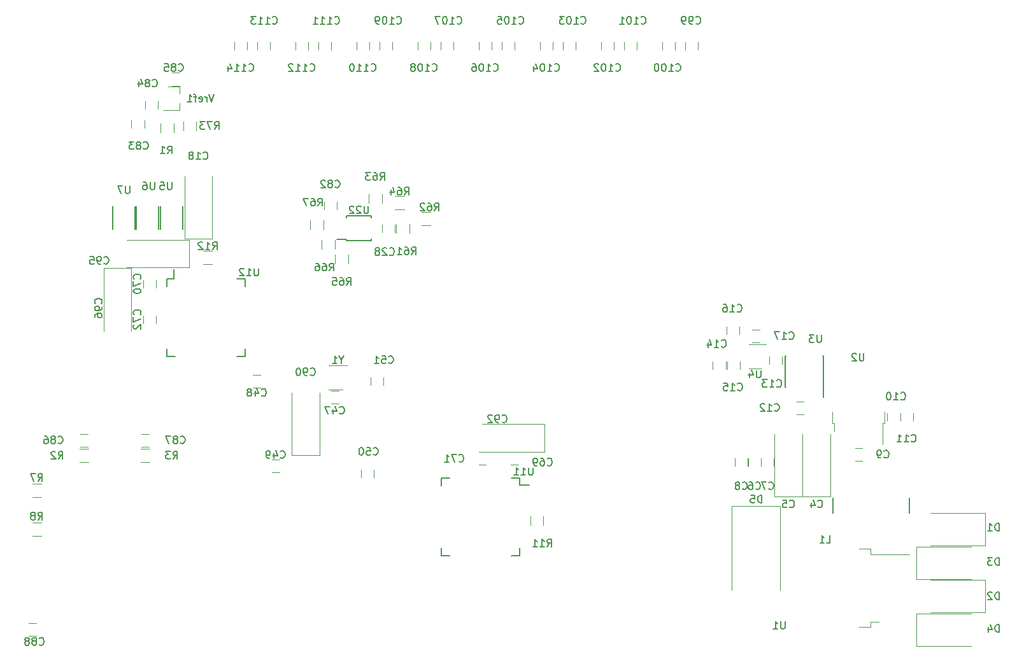
<source format=gbr>
G04 #@! TF.FileFunction,Legend,Bot*
%FSLAX46Y46*%
G04 Gerber Fmt 4.6, Leading zero omitted, Abs format (unit mm)*
G04 Created by KiCad (PCBNEW 4.0.7) date 11/25/17 11:10:42*
%MOMM*%
%LPD*%
G01*
G04 APERTURE LIST*
%ADD10C,0.100000*%
%ADD11C,0.150000*%
%ADD12C,0.120000*%
G04 APERTURE END LIST*
D10*
D11*
X138675000Y-120320000D02*
X138675000Y-121270000D01*
X128325000Y-120320000D02*
X128325000Y-121370000D01*
X128325000Y-130670000D02*
X128325000Y-129620000D01*
X138675000Y-130670000D02*
X138675000Y-129620000D01*
X138675000Y-120320000D02*
X137625000Y-120320000D01*
X138675000Y-130670000D02*
X137625000Y-130670000D01*
X128325000Y-130670000D02*
X129375000Y-130670000D01*
X128325000Y-120320000D02*
X129375000Y-120320000D01*
X138675000Y-121270000D02*
X139950000Y-121270000D01*
D12*
X200615000Y-133910000D02*
X200615000Y-138210000D01*
X200615000Y-138210000D02*
X193315000Y-138210000D01*
X200615000Y-133910000D02*
X193315000Y-133910000D01*
D11*
X180345000Y-124991000D02*
X180345000Y-122959000D01*
X190505000Y-122959000D02*
X190505000Y-124991000D01*
D12*
X191415000Y-133765000D02*
X191415000Y-129465000D01*
X191415000Y-129465000D02*
X198715000Y-129465000D01*
X191415000Y-133765000D02*
X198715000Y-133765000D01*
X180025000Y-122775000D02*
X180025000Y-114475000D01*
X176325000Y-122775000D02*
X176325000Y-114475000D01*
X180025000Y-122775000D02*
X176325000Y-122775000D01*
X176275000Y-122775000D02*
X176275000Y-114475000D01*
X172575000Y-122775000D02*
X172575000Y-114475000D01*
X176275000Y-122775000D02*
X172575000Y-122775000D01*
X170775000Y-117725000D02*
X170775000Y-118725000D01*
X169075000Y-118725000D02*
X169075000Y-117725000D01*
X172525000Y-117725000D02*
X172525000Y-118725000D01*
X170825000Y-118725000D02*
X170825000Y-117725000D01*
X169025000Y-117725000D02*
X169025000Y-118725000D01*
X167325000Y-118725000D02*
X167325000Y-117725000D01*
X184300000Y-118050000D02*
X183300000Y-118050000D01*
X183300000Y-116350000D02*
X184300000Y-116350000D01*
X187600000Y-112700000D02*
X187600000Y-111700000D01*
X189300000Y-111700000D02*
X189300000Y-112700000D01*
X189300000Y-112700000D02*
X189300000Y-111700000D01*
X191000000Y-111700000D02*
X191000000Y-112700000D01*
X175500000Y-110150000D02*
X176500000Y-110150000D01*
X176500000Y-111850000D02*
X175500000Y-111850000D01*
X173600000Y-104200000D02*
X173600000Y-105200000D01*
X171900000Y-105200000D02*
X171900000Y-104200000D01*
X164400000Y-105850000D02*
X164400000Y-104850000D01*
X166100000Y-104850000D02*
X166100000Y-105850000D01*
X168000000Y-104850000D02*
X168000000Y-105850000D01*
X166300000Y-105850000D02*
X166300000Y-104850000D01*
X166250000Y-101200000D02*
X166250000Y-100200000D01*
X167950000Y-100200000D02*
X167950000Y-101200000D01*
X170650000Y-102300000D02*
X169650000Y-102300000D01*
X169650000Y-100600000D02*
X170650000Y-100600000D01*
X97850000Y-88550000D02*
X97850000Y-80250000D01*
X94150000Y-88550000D02*
X94150000Y-80250000D01*
X97850000Y-88550000D02*
X94150000Y-88550000D01*
X122135000Y-86622000D02*
X122135000Y-87622000D01*
X120435000Y-87622000D02*
X120435000Y-86622000D01*
X114625000Y-110475000D02*
X113625000Y-110475000D01*
X113625000Y-108775000D02*
X114625000Y-108775000D01*
X104250000Y-108350000D02*
X103250000Y-108350000D01*
X103250000Y-106650000D02*
X104250000Y-106650000D01*
X105750000Y-117895000D02*
X106750000Y-117895000D01*
X106750000Y-119595000D02*
X105750000Y-119595000D01*
X117650000Y-120250000D02*
X117650000Y-119250000D01*
X119350000Y-119250000D02*
X119350000Y-120250000D01*
X118900000Y-107995000D02*
X118900000Y-106995000D01*
X120600000Y-106995000D02*
X120600000Y-107995000D01*
X138500000Y-118595000D02*
X137500000Y-118595000D01*
X137500000Y-116895000D02*
X138500000Y-116895000D01*
X90350000Y-93995000D02*
X90350000Y-94995000D01*
X88650000Y-94995000D02*
X88650000Y-93995000D01*
X133250000Y-116895000D02*
X134250000Y-116895000D01*
X134250000Y-118595000D02*
X133250000Y-118595000D01*
X88650000Y-99745000D02*
X88650000Y-98745000D01*
X90350000Y-98745000D02*
X90350000Y-99745000D01*
X112688000Y-84574000D02*
X112688000Y-83574000D01*
X114388000Y-83574000D02*
X114388000Y-84574000D01*
X87100000Y-73750000D02*
X87100000Y-72750000D01*
X88800000Y-72750000D02*
X88800000Y-73750000D01*
X88900000Y-71250000D02*
X88900000Y-70250000D01*
X90600000Y-70250000D02*
X90600000Y-71250000D01*
X93500000Y-68150000D02*
X92500000Y-68150000D01*
X92500000Y-66450000D02*
X93500000Y-66450000D01*
X80272000Y-114466000D02*
X81272000Y-114466000D01*
X81272000Y-116166000D02*
X80272000Y-116166000D01*
X89400000Y-116166000D02*
X88400000Y-116166000D01*
X88400000Y-114466000D02*
X89400000Y-114466000D01*
X73425000Y-139675000D02*
X74425000Y-139675000D01*
X74425000Y-141375000D02*
X73425000Y-141375000D01*
X142050000Y-113150000D02*
X133750000Y-113150000D01*
X142050000Y-116850000D02*
X133750000Y-116850000D01*
X142050000Y-113150000D02*
X142050000Y-116850000D01*
X94800000Y-88645000D02*
X86500000Y-88645000D01*
X94800000Y-92345000D02*
X86500000Y-92345000D01*
X94800000Y-88645000D02*
X94800000Y-92345000D01*
X83400000Y-92445000D02*
X83400000Y-100745000D01*
X87100000Y-92445000D02*
X87100000Y-100745000D01*
X83400000Y-92445000D02*
X87100000Y-92445000D01*
X160694000Y-63365000D02*
X160694000Y-62365000D01*
X162394000Y-62365000D02*
X162394000Y-63365000D01*
X157646000Y-63365000D02*
X157646000Y-62365000D01*
X159346000Y-62365000D02*
X159346000Y-63365000D01*
X152566000Y-63365000D02*
X152566000Y-62365000D01*
X154266000Y-62365000D02*
X154266000Y-63365000D01*
X149518000Y-63365000D02*
X149518000Y-62365000D01*
X151218000Y-62365000D02*
X151218000Y-63365000D01*
X144438000Y-63365000D02*
X144438000Y-62365000D01*
X146138000Y-62365000D02*
X146138000Y-63365000D01*
X141390000Y-63365000D02*
X141390000Y-62365000D01*
X143090000Y-62365000D02*
X143090000Y-63365000D01*
X136310000Y-63365000D02*
X136310000Y-62365000D01*
X138010000Y-62365000D02*
X138010000Y-63365000D01*
X133262000Y-63365000D02*
X133262000Y-62365000D01*
X134962000Y-62365000D02*
X134962000Y-63365000D01*
X128182000Y-63365000D02*
X128182000Y-62365000D01*
X129882000Y-62365000D02*
X129882000Y-63365000D01*
X125134000Y-63365000D02*
X125134000Y-62365000D01*
X126834000Y-62365000D02*
X126834000Y-63365000D01*
X120054000Y-63365000D02*
X120054000Y-62365000D01*
X121754000Y-62365000D02*
X121754000Y-63365000D01*
X117006000Y-63365000D02*
X117006000Y-62365000D01*
X118706000Y-62365000D02*
X118706000Y-63365000D01*
X111926000Y-63365000D02*
X111926000Y-62365000D01*
X113626000Y-62365000D02*
X113626000Y-63365000D01*
X108878000Y-63365000D02*
X108878000Y-62365000D01*
X110578000Y-62365000D02*
X110578000Y-63365000D01*
X103798000Y-63365000D02*
X103798000Y-62365000D01*
X105498000Y-62365000D02*
X105498000Y-63365000D01*
X200615000Y-125020000D02*
X200615000Y-129320000D01*
X200615000Y-129320000D02*
X193315000Y-129320000D01*
X200615000Y-125020000D02*
X193315000Y-125020000D01*
X191415000Y-142655000D02*
X191415000Y-138355000D01*
X191415000Y-138355000D02*
X198715000Y-138355000D01*
X191415000Y-142655000D02*
X198715000Y-142655000D01*
X173375000Y-124075000D02*
X166875000Y-124075000D01*
X173375000Y-124075000D02*
X173375000Y-135275000D01*
X166875000Y-124075000D02*
X166875000Y-135275000D01*
X90970000Y-73150000D02*
X90970000Y-74350000D01*
X92730000Y-74350000D02*
X92730000Y-73150000D01*
X80172000Y-118228000D02*
X81372000Y-118228000D01*
X81372000Y-116468000D02*
X80172000Y-116468000D01*
X89500000Y-116468000D02*
X88300000Y-116468000D01*
X88300000Y-118228000D02*
X89500000Y-118228000D01*
X73900000Y-122880000D02*
X75100000Y-122880000D01*
X75100000Y-121120000D02*
X73900000Y-121120000D01*
X73900000Y-128030000D02*
X75100000Y-128030000D01*
X75100000Y-126270000D02*
X73900000Y-126270000D01*
X141880000Y-126595000D02*
X141880000Y-125395000D01*
X140120000Y-125395000D02*
X140120000Y-126595000D01*
X97850000Y-90120000D02*
X96650000Y-90120000D01*
X96650000Y-91880000D02*
X97850000Y-91880000D01*
X122310000Y-86522000D02*
X122310000Y-87722000D01*
X124070000Y-87722000D02*
X124070000Y-86522000D01*
X126838000Y-84972000D02*
X125638000Y-84972000D01*
X125638000Y-86732000D02*
X126838000Y-86732000D01*
X120387000Y-83785000D02*
X120387000Y-82585000D01*
X118627000Y-82585000D02*
X118627000Y-83785000D01*
X123350000Y-82870000D02*
X122150000Y-82870000D01*
X122150000Y-84630000D02*
X123350000Y-84630000D01*
X115942000Y-91786000D02*
X115942000Y-90586000D01*
X114182000Y-90586000D02*
X114182000Y-91786000D01*
X112404000Y-88681000D02*
X112404000Y-89881000D01*
X114164000Y-89881000D02*
X114164000Y-88681000D01*
X110880000Y-86014000D02*
X110880000Y-87214000D01*
X112640000Y-87214000D02*
X112640000Y-86014000D01*
X93970000Y-72950000D02*
X93970000Y-74150000D01*
X95730000Y-74150000D02*
X95730000Y-72950000D01*
X183875000Y-129775000D02*
X185375000Y-129775000D01*
X185375000Y-129775000D02*
X185375000Y-130465000D01*
X185375000Y-130465000D02*
X190500000Y-130465000D01*
X183875000Y-140175000D02*
X185375000Y-140175000D01*
X185375000Y-140175000D02*
X185375000Y-139485000D01*
X185375000Y-139485000D02*
X186475000Y-139485000D01*
X187200000Y-111520000D02*
X187200000Y-113020000D01*
X187200000Y-113020000D02*
X186930000Y-113020000D01*
X186930000Y-113020000D02*
X186930000Y-115850000D01*
X180300000Y-111520000D02*
X180300000Y-113020000D01*
X180300000Y-113020000D02*
X180570000Y-113020000D01*
X180570000Y-113020000D02*
X180570000Y-114120000D01*
D11*
X179125000Y-108225000D02*
X179075000Y-108225000D01*
X179125000Y-104075000D02*
X178980000Y-104075000D01*
X173975000Y-104075000D02*
X174120000Y-104075000D01*
X173975000Y-108225000D02*
X174120000Y-108225000D01*
X179125000Y-108225000D02*
X179125000Y-104075000D01*
X173975000Y-108225000D02*
X173975000Y-104075000D01*
X179075000Y-108225000D02*
X179075000Y-109625000D01*
D12*
X170800000Y-105750000D02*
X169200000Y-105750000D01*
X169200000Y-102550000D02*
X171500000Y-102550000D01*
D11*
X93915000Y-84225000D02*
X93915000Y-87225000D01*
X90915000Y-87225000D02*
X90915000Y-84225000D01*
X90740000Y-84225000D02*
X90740000Y-87225000D01*
X87740000Y-87225000D02*
X87740000Y-84225000D01*
X87565000Y-84225000D02*
X87565000Y-87225000D01*
X84565000Y-87225000D02*
X84565000Y-84225000D01*
X91825000Y-93820000D02*
X92775000Y-93820000D01*
X91825000Y-104170000D02*
X92875000Y-104170000D01*
X102175000Y-104170000D02*
X101125000Y-104170000D01*
X102175000Y-93820000D02*
X101125000Y-93820000D01*
X91825000Y-93820000D02*
X91825000Y-94870000D01*
X102175000Y-93820000D02*
X102175000Y-94870000D01*
X102175000Y-104170000D02*
X102175000Y-103120000D01*
X91825000Y-104170000D02*
X91825000Y-103120000D01*
X92775000Y-93820000D02*
X92775000Y-92545000D01*
X115673000Y-88797000D02*
X115673000Y-88622000D01*
X119023000Y-88797000D02*
X119023000Y-88547000D01*
X119023000Y-85447000D02*
X119023000Y-85697000D01*
X115673000Y-85447000D02*
X115673000Y-85697000D01*
X115673000Y-88797000D02*
X119023000Y-88797000D01*
X115673000Y-85447000D02*
X119023000Y-85447000D01*
X115673000Y-88622000D02*
X114423000Y-88622000D01*
D12*
X93460000Y-68270000D02*
X93460000Y-69200000D01*
X93460000Y-71430000D02*
X93460000Y-70500000D01*
X93460000Y-71430000D02*
X91300000Y-71430000D01*
X93460000Y-68270000D02*
X92000000Y-68270000D01*
X100750000Y-63365000D02*
X100750000Y-62365000D01*
X102450000Y-62365000D02*
X102450000Y-63365000D01*
X115150000Y-108610000D02*
X113350000Y-108610000D01*
X113350000Y-105390000D02*
X115800000Y-105390000D01*
X112100000Y-117295000D02*
X112100000Y-108995000D01*
X108400000Y-117295000D02*
X108400000Y-108995000D01*
X112100000Y-117295000D02*
X108400000Y-117295000D01*
D11*
X140488095Y-118947381D02*
X140488095Y-119756905D01*
X140440476Y-119852143D01*
X140392857Y-119899762D01*
X140297619Y-119947381D01*
X140107142Y-119947381D01*
X140011904Y-119899762D01*
X139964285Y-119852143D01*
X139916666Y-119756905D01*
X139916666Y-118947381D01*
X138916666Y-119947381D02*
X139488095Y-119947381D01*
X139202381Y-119947381D02*
X139202381Y-118947381D01*
X139297619Y-119090238D01*
X139392857Y-119185476D01*
X139488095Y-119233095D01*
X137964285Y-119947381D02*
X138535714Y-119947381D01*
X138250000Y-119947381D02*
X138250000Y-118947381D01*
X138345238Y-119090238D01*
X138440476Y-119185476D01*
X138535714Y-119233095D01*
X202468095Y-131940381D02*
X202468095Y-130940381D01*
X202230000Y-130940381D01*
X202087142Y-130988000D01*
X201991904Y-131083238D01*
X201944285Y-131178476D01*
X201896666Y-131368952D01*
X201896666Y-131511810D01*
X201944285Y-131702286D01*
X201991904Y-131797524D01*
X202087142Y-131892762D01*
X202230000Y-131940381D01*
X202468095Y-131940381D01*
X201563333Y-130940381D02*
X200944285Y-130940381D01*
X201277619Y-131321333D01*
X201134761Y-131321333D01*
X201039523Y-131368952D01*
X200991904Y-131416571D01*
X200944285Y-131511810D01*
X200944285Y-131749905D01*
X200991904Y-131845143D01*
X201039523Y-131892762D01*
X201134761Y-131940381D01*
X201420476Y-131940381D01*
X201515714Y-131892762D01*
X201563333Y-131845143D01*
X179490666Y-128976381D02*
X179966857Y-128976381D01*
X179966857Y-127976381D01*
X178633523Y-128976381D02*
X179204952Y-128976381D01*
X178919238Y-128976381D02*
X178919238Y-127976381D01*
X179014476Y-128119238D01*
X179109714Y-128214476D01*
X179204952Y-128262095D01*
X202468095Y-136512381D02*
X202468095Y-135512381D01*
X202230000Y-135512381D01*
X202087142Y-135560000D01*
X201991904Y-135655238D01*
X201944285Y-135750476D01*
X201896666Y-135940952D01*
X201896666Y-136083810D01*
X201944285Y-136274286D01*
X201991904Y-136369524D01*
X202087142Y-136464762D01*
X202230000Y-136512381D01*
X202468095Y-136512381D01*
X201515714Y-135607619D02*
X201468095Y-135560000D01*
X201372857Y-135512381D01*
X201134761Y-135512381D01*
X201039523Y-135560000D01*
X200991904Y-135607619D01*
X200944285Y-135702857D01*
X200944285Y-135798095D01*
X200991904Y-135940952D01*
X201563333Y-136512381D01*
X200944285Y-136512381D01*
X178341666Y-124182143D02*
X178389285Y-124229762D01*
X178532142Y-124277381D01*
X178627380Y-124277381D01*
X178770238Y-124229762D01*
X178865476Y-124134524D01*
X178913095Y-124039286D01*
X178960714Y-123848810D01*
X178960714Y-123705952D01*
X178913095Y-123515476D01*
X178865476Y-123420238D01*
X178770238Y-123325000D01*
X178627380Y-123277381D01*
X178532142Y-123277381D01*
X178389285Y-123325000D01*
X178341666Y-123372619D01*
X177484523Y-123610714D02*
X177484523Y-124277381D01*
X177722619Y-123229762D02*
X177960714Y-123944048D01*
X177341666Y-123944048D01*
X174591666Y-124182143D02*
X174639285Y-124229762D01*
X174782142Y-124277381D01*
X174877380Y-124277381D01*
X175020238Y-124229762D01*
X175115476Y-124134524D01*
X175163095Y-124039286D01*
X175210714Y-123848810D01*
X175210714Y-123705952D01*
X175163095Y-123515476D01*
X175115476Y-123420238D01*
X175020238Y-123325000D01*
X174877380Y-123277381D01*
X174782142Y-123277381D01*
X174639285Y-123325000D01*
X174591666Y-123372619D01*
X173686904Y-123277381D02*
X174163095Y-123277381D01*
X174210714Y-123753571D01*
X174163095Y-123705952D01*
X174067857Y-123658333D01*
X173829761Y-123658333D01*
X173734523Y-123705952D01*
X173686904Y-123753571D01*
X173639285Y-123848810D01*
X173639285Y-124086905D01*
X173686904Y-124182143D01*
X173734523Y-124229762D01*
X173829761Y-124277381D01*
X174067857Y-124277381D01*
X174163095Y-124229762D01*
X174210714Y-124182143D01*
X170091666Y-121757143D02*
X170139285Y-121804762D01*
X170282142Y-121852381D01*
X170377380Y-121852381D01*
X170520238Y-121804762D01*
X170615476Y-121709524D01*
X170663095Y-121614286D01*
X170710714Y-121423810D01*
X170710714Y-121280952D01*
X170663095Y-121090476D01*
X170615476Y-120995238D01*
X170520238Y-120900000D01*
X170377380Y-120852381D01*
X170282142Y-120852381D01*
X170139285Y-120900000D01*
X170091666Y-120947619D01*
X169234523Y-120852381D02*
X169425000Y-120852381D01*
X169520238Y-120900000D01*
X169567857Y-120947619D01*
X169663095Y-121090476D01*
X169710714Y-121280952D01*
X169710714Y-121661905D01*
X169663095Y-121757143D01*
X169615476Y-121804762D01*
X169520238Y-121852381D01*
X169329761Y-121852381D01*
X169234523Y-121804762D01*
X169186904Y-121757143D01*
X169139285Y-121661905D01*
X169139285Y-121423810D01*
X169186904Y-121328571D01*
X169234523Y-121280952D01*
X169329761Y-121233333D01*
X169520238Y-121233333D01*
X169615476Y-121280952D01*
X169663095Y-121328571D01*
X169710714Y-121423810D01*
X171841666Y-121757143D02*
X171889285Y-121804762D01*
X172032142Y-121852381D01*
X172127380Y-121852381D01*
X172270238Y-121804762D01*
X172365476Y-121709524D01*
X172413095Y-121614286D01*
X172460714Y-121423810D01*
X172460714Y-121280952D01*
X172413095Y-121090476D01*
X172365476Y-120995238D01*
X172270238Y-120900000D01*
X172127380Y-120852381D01*
X172032142Y-120852381D01*
X171889285Y-120900000D01*
X171841666Y-120947619D01*
X171508333Y-120852381D02*
X170841666Y-120852381D01*
X171270238Y-121852381D01*
X168341666Y-121757143D02*
X168389285Y-121804762D01*
X168532142Y-121852381D01*
X168627380Y-121852381D01*
X168770238Y-121804762D01*
X168865476Y-121709524D01*
X168913095Y-121614286D01*
X168960714Y-121423810D01*
X168960714Y-121280952D01*
X168913095Y-121090476D01*
X168865476Y-120995238D01*
X168770238Y-120900000D01*
X168627380Y-120852381D01*
X168532142Y-120852381D01*
X168389285Y-120900000D01*
X168341666Y-120947619D01*
X167770238Y-121280952D02*
X167865476Y-121233333D01*
X167913095Y-121185714D01*
X167960714Y-121090476D01*
X167960714Y-121042857D01*
X167913095Y-120947619D01*
X167865476Y-120900000D01*
X167770238Y-120852381D01*
X167579761Y-120852381D01*
X167484523Y-120900000D01*
X167436904Y-120947619D01*
X167389285Y-121042857D01*
X167389285Y-121090476D01*
X167436904Y-121185714D01*
X167484523Y-121233333D01*
X167579761Y-121280952D01*
X167770238Y-121280952D01*
X167865476Y-121328571D01*
X167913095Y-121376190D01*
X167960714Y-121471429D01*
X167960714Y-121661905D01*
X167913095Y-121757143D01*
X167865476Y-121804762D01*
X167770238Y-121852381D01*
X167579761Y-121852381D01*
X167484523Y-121804762D01*
X167436904Y-121757143D01*
X167389285Y-121661905D01*
X167389285Y-121471429D01*
X167436904Y-121376190D01*
X167484523Y-121328571D01*
X167579761Y-121280952D01*
X187166666Y-117557143D02*
X187214285Y-117604762D01*
X187357142Y-117652381D01*
X187452380Y-117652381D01*
X187595238Y-117604762D01*
X187690476Y-117509524D01*
X187738095Y-117414286D01*
X187785714Y-117223810D01*
X187785714Y-117080952D01*
X187738095Y-116890476D01*
X187690476Y-116795238D01*
X187595238Y-116700000D01*
X187452380Y-116652381D01*
X187357142Y-116652381D01*
X187214285Y-116700000D01*
X187166666Y-116747619D01*
X186690476Y-117652381D02*
X186500000Y-117652381D01*
X186404761Y-117604762D01*
X186357142Y-117557143D01*
X186261904Y-117414286D01*
X186214285Y-117223810D01*
X186214285Y-116842857D01*
X186261904Y-116747619D01*
X186309523Y-116700000D01*
X186404761Y-116652381D01*
X186595238Y-116652381D01*
X186690476Y-116700000D01*
X186738095Y-116747619D01*
X186785714Y-116842857D01*
X186785714Y-117080952D01*
X186738095Y-117176190D01*
X186690476Y-117223810D01*
X186595238Y-117271429D01*
X186404761Y-117271429D01*
X186309523Y-117223810D01*
X186261904Y-117176190D01*
X186214285Y-117080952D01*
X189392857Y-109857143D02*
X189440476Y-109904762D01*
X189583333Y-109952381D01*
X189678571Y-109952381D01*
X189821429Y-109904762D01*
X189916667Y-109809524D01*
X189964286Y-109714286D01*
X190011905Y-109523810D01*
X190011905Y-109380952D01*
X189964286Y-109190476D01*
X189916667Y-109095238D01*
X189821429Y-109000000D01*
X189678571Y-108952381D01*
X189583333Y-108952381D01*
X189440476Y-109000000D01*
X189392857Y-109047619D01*
X188440476Y-109952381D02*
X189011905Y-109952381D01*
X188726191Y-109952381D02*
X188726191Y-108952381D01*
X188821429Y-109095238D01*
X188916667Y-109190476D01*
X189011905Y-109238095D01*
X187821429Y-108952381D02*
X187726190Y-108952381D01*
X187630952Y-109000000D01*
X187583333Y-109047619D01*
X187535714Y-109142857D01*
X187488095Y-109333333D01*
X187488095Y-109571429D01*
X187535714Y-109761905D01*
X187583333Y-109857143D01*
X187630952Y-109904762D01*
X187726190Y-109952381D01*
X187821429Y-109952381D01*
X187916667Y-109904762D01*
X187964286Y-109857143D01*
X188011905Y-109761905D01*
X188059524Y-109571429D01*
X188059524Y-109333333D01*
X188011905Y-109142857D01*
X187964286Y-109047619D01*
X187916667Y-109000000D01*
X187821429Y-108952381D01*
X190792857Y-115457143D02*
X190840476Y-115504762D01*
X190983333Y-115552381D01*
X191078571Y-115552381D01*
X191221429Y-115504762D01*
X191316667Y-115409524D01*
X191364286Y-115314286D01*
X191411905Y-115123810D01*
X191411905Y-114980952D01*
X191364286Y-114790476D01*
X191316667Y-114695238D01*
X191221429Y-114600000D01*
X191078571Y-114552381D01*
X190983333Y-114552381D01*
X190840476Y-114600000D01*
X190792857Y-114647619D01*
X189840476Y-115552381D02*
X190411905Y-115552381D01*
X190126191Y-115552381D02*
X190126191Y-114552381D01*
X190221429Y-114695238D01*
X190316667Y-114790476D01*
X190411905Y-114838095D01*
X188888095Y-115552381D02*
X189459524Y-115552381D01*
X189173810Y-115552381D02*
X189173810Y-114552381D01*
X189269048Y-114695238D01*
X189364286Y-114790476D01*
X189459524Y-114838095D01*
X172592857Y-111357143D02*
X172640476Y-111404762D01*
X172783333Y-111452381D01*
X172878571Y-111452381D01*
X173021429Y-111404762D01*
X173116667Y-111309524D01*
X173164286Y-111214286D01*
X173211905Y-111023810D01*
X173211905Y-110880952D01*
X173164286Y-110690476D01*
X173116667Y-110595238D01*
X173021429Y-110500000D01*
X172878571Y-110452381D01*
X172783333Y-110452381D01*
X172640476Y-110500000D01*
X172592857Y-110547619D01*
X171640476Y-111452381D02*
X172211905Y-111452381D01*
X171926191Y-111452381D02*
X171926191Y-110452381D01*
X172021429Y-110595238D01*
X172116667Y-110690476D01*
X172211905Y-110738095D01*
X171259524Y-110547619D02*
X171211905Y-110500000D01*
X171116667Y-110452381D01*
X170878571Y-110452381D01*
X170783333Y-110500000D01*
X170735714Y-110547619D01*
X170688095Y-110642857D01*
X170688095Y-110738095D01*
X170735714Y-110880952D01*
X171307143Y-111452381D01*
X170688095Y-111452381D01*
X172892857Y-108157143D02*
X172940476Y-108204762D01*
X173083333Y-108252381D01*
X173178571Y-108252381D01*
X173321429Y-108204762D01*
X173416667Y-108109524D01*
X173464286Y-108014286D01*
X173511905Y-107823810D01*
X173511905Y-107680952D01*
X173464286Y-107490476D01*
X173416667Y-107395238D01*
X173321429Y-107300000D01*
X173178571Y-107252381D01*
X173083333Y-107252381D01*
X172940476Y-107300000D01*
X172892857Y-107347619D01*
X171940476Y-108252381D02*
X172511905Y-108252381D01*
X172226191Y-108252381D02*
X172226191Y-107252381D01*
X172321429Y-107395238D01*
X172416667Y-107490476D01*
X172511905Y-107538095D01*
X171607143Y-107252381D02*
X170988095Y-107252381D01*
X171321429Y-107633333D01*
X171178571Y-107633333D01*
X171083333Y-107680952D01*
X171035714Y-107728571D01*
X170988095Y-107823810D01*
X170988095Y-108061905D01*
X171035714Y-108157143D01*
X171083333Y-108204762D01*
X171178571Y-108252381D01*
X171464286Y-108252381D01*
X171559524Y-108204762D01*
X171607143Y-108157143D01*
X165542857Y-102857143D02*
X165590476Y-102904762D01*
X165733333Y-102952381D01*
X165828571Y-102952381D01*
X165971429Y-102904762D01*
X166066667Y-102809524D01*
X166114286Y-102714286D01*
X166161905Y-102523810D01*
X166161905Y-102380952D01*
X166114286Y-102190476D01*
X166066667Y-102095238D01*
X165971429Y-102000000D01*
X165828571Y-101952381D01*
X165733333Y-101952381D01*
X165590476Y-102000000D01*
X165542857Y-102047619D01*
X164590476Y-102952381D02*
X165161905Y-102952381D01*
X164876191Y-102952381D02*
X164876191Y-101952381D01*
X164971429Y-102095238D01*
X165066667Y-102190476D01*
X165161905Y-102238095D01*
X163733333Y-102285714D02*
X163733333Y-102952381D01*
X163971429Y-101904762D02*
X164209524Y-102619048D01*
X163590476Y-102619048D01*
X167692857Y-108607143D02*
X167740476Y-108654762D01*
X167883333Y-108702381D01*
X167978571Y-108702381D01*
X168121429Y-108654762D01*
X168216667Y-108559524D01*
X168264286Y-108464286D01*
X168311905Y-108273810D01*
X168311905Y-108130952D01*
X168264286Y-107940476D01*
X168216667Y-107845238D01*
X168121429Y-107750000D01*
X167978571Y-107702381D01*
X167883333Y-107702381D01*
X167740476Y-107750000D01*
X167692857Y-107797619D01*
X166740476Y-108702381D02*
X167311905Y-108702381D01*
X167026191Y-108702381D02*
X167026191Y-107702381D01*
X167121429Y-107845238D01*
X167216667Y-107940476D01*
X167311905Y-107988095D01*
X165835714Y-107702381D02*
X166311905Y-107702381D01*
X166359524Y-108178571D01*
X166311905Y-108130952D01*
X166216667Y-108083333D01*
X165978571Y-108083333D01*
X165883333Y-108130952D01*
X165835714Y-108178571D01*
X165788095Y-108273810D01*
X165788095Y-108511905D01*
X165835714Y-108607143D01*
X165883333Y-108654762D01*
X165978571Y-108702381D01*
X166216667Y-108702381D01*
X166311905Y-108654762D01*
X166359524Y-108607143D01*
X167642857Y-98157143D02*
X167690476Y-98204762D01*
X167833333Y-98252381D01*
X167928571Y-98252381D01*
X168071429Y-98204762D01*
X168166667Y-98109524D01*
X168214286Y-98014286D01*
X168261905Y-97823810D01*
X168261905Y-97680952D01*
X168214286Y-97490476D01*
X168166667Y-97395238D01*
X168071429Y-97300000D01*
X167928571Y-97252381D01*
X167833333Y-97252381D01*
X167690476Y-97300000D01*
X167642857Y-97347619D01*
X166690476Y-98252381D02*
X167261905Y-98252381D01*
X166976191Y-98252381D02*
X166976191Y-97252381D01*
X167071429Y-97395238D01*
X167166667Y-97490476D01*
X167261905Y-97538095D01*
X165833333Y-97252381D02*
X166023810Y-97252381D01*
X166119048Y-97300000D01*
X166166667Y-97347619D01*
X166261905Y-97490476D01*
X166309524Y-97680952D01*
X166309524Y-98061905D01*
X166261905Y-98157143D01*
X166214286Y-98204762D01*
X166119048Y-98252381D01*
X165928571Y-98252381D01*
X165833333Y-98204762D01*
X165785714Y-98157143D01*
X165738095Y-98061905D01*
X165738095Y-97823810D01*
X165785714Y-97728571D01*
X165833333Y-97680952D01*
X165928571Y-97633333D01*
X166119048Y-97633333D01*
X166214286Y-97680952D01*
X166261905Y-97728571D01*
X166309524Y-97823810D01*
X174542857Y-101807143D02*
X174590476Y-101854762D01*
X174733333Y-101902381D01*
X174828571Y-101902381D01*
X174971429Y-101854762D01*
X175066667Y-101759524D01*
X175114286Y-101664286D01*
X175161905Y-101473810D01*
X175161905Y-101330952D01*
X175114286Y-101140476D01*
X175066667Y-101045238D01*
X174971429Y-100950000D01*
X174828571Y-100902381D01*
X174733333Y-100902381D01*
X174590476Y-100950000D01*
X174542857Y-100997619D01*
X173590476Y-101902381D02*
X174161905Y-101902381D01*
X173876191Y-101902381D02*
X173876191Y-100902381D01*
X173971429Y-101045238D01*
X174066667Y-101140476D01*
X174161905Y-101188095D01*
X173257143Y-100902381D02*
X172590476Y-100902381D01*
X173019048Y-101902381D01*
X96642857Y-77857143D02*
X96690476Y-77904762D01*
X96833333Y-77952381D01*
X96928571Y-77952381D01*
X97071429Y-77904762D01*
X97166667Y-77809524D01*
X97214286Y-77714286D01*
X97261905Y-77523810D01*
X97261905Y-77380952D01*
X97214286Y-77190476D01*
X97166667Y-77095238D01*
X97071429Y-77000000D01*
X96928571Y-76952381D01*
X96833333Y-76952381D01*
X96690476Y-77000000D01*
X96642857Y-77047619D01*
X95690476Y-77952381D02*
X96261905Y-77952381D01*
X95976191Y-77952381D02*
X95976191Y-76952381D01*
X96071429Y-77095238D01*
X96166667Y-77190476D01*
X96261905Y-77238095D01*
X95119048Y-77380952D02*
X95214286Y-77333333D01*
X95261905Y-77285714D01*
X95309524Y-77190476D01*
X95309524Y-77142857D01*
X95261905Y-77047619D01*
X95214286Y-77000000D01*
X95119048Y-76952381D01*
X94928571Y-76952381D01*
X94833333Y-77000000D01*
X94785714Y-77047619D01*
X94738095Y-77142857D01*
X94738095Y-77190476D01*
X94785714Y-77285714D01*
X94833333Y-77333333D01*
X94928571Y-77380952D01*
X95119048Y-77380952D01*
X95214286Y-77428571D01*
X95261905Y-77476190D01*
X95309524Y-77571429D01*
X95309524Y-77761905D01*
X95261905Y-77857143D01*
X95214286Y-77904762D01*
X95119048Y-77952381D01*
X94928571Y-77952381D01*
X94833333Y-77904762D01*
X94785714Y-77857143D01*
X94738095Y-77761905D01*
X94738095Y-77571429D01*
X94785714Y-77476190D01*
X94833333Y-77428571D01*
X94928571Y-77380952D01*
X121407857Y-90627143D02*
X121455476Y-90674762D01*
X121598333Y-90722381D01*
X121693571Y-90722381D01*
X121836429Y-90674762D01*
X121931667Y-90579524D01*
X121979286Y-90484286D01*
X122026905Y-90293810D01*
X122026905Y-90150952D01*
X121979286Y-89960476D01*
X121931667Y-89865238D01*
X121836429Y-89770000D01*
X121693571Y-89722381D01*
X121598333Y-89722381D01*
X121455476Y-89770000D01*
X121407857Y-89817619D01*
X121026905Y-89817619D02*
X120979286Y-89770000D01*
X120884048Y-89722381D01*
X120645952Y-89722381D01*
X120550714Y-89770000D01*
X120503095Y-89817619D01*
X120455476Y-89912857D01*
X120455476Y-90008095D01*
X120503095Y-90150952D01*
X121074524Y-90722381D01*
X120455476Y-90722381D01*
X119884048Y-90150952D02*
X119979286Y-90103333D01*
X120026905Y-90055714D01*
X120074524Y-89960476D01*
X120074524Y-89912857D01*
X120026905Y-89817619D01*
X119979286Y-89770000D01*
X119884048Y-89722381D01*
X119693571Y-89722381D01*
X119598333Y-89770000D01*
X119550714Y-89817619D01*
X119503095Y-89912857D01*
X119503095Y-89960476D01*
X119550714Y-90055714D01*
X119598333Y-90103333D01*
X119693571Y-90150952D01*
X119884048Y-90150952D01*
X119979286Y-90198571D01*
X120026905Y-90246190D01*
X120074524Y-90341429D01*
X120074524Y-90531905D01*
X120026905Y-90627143D01*
X119979286Y-90674762D01*
X119884048Y-90722381D01*
X119693571Y-90722381D01*
X119598333Y-90674762D01*
X119550714Y-90627143D01*
X119503095Y-90531905D01*
X119503095Y-90341429D01*
X119550714Y-90246190D01*
X119598333Y-90198571D01*
X119693571Y-90150952D01*
X114767857Y-111732143D02*
X114815476Y-111779762D01*
X114958333Y-111827381D01*
X115053571Y-111827381D01*
X115196429Y-111779762D01*
X115291667Y-111684524D01*
X115339286Y-111589286D01*
X115386905Y-111398810D01*
X115386905Y-111255952D01*
X115339286Y-111065476D01*
X115291667Y-110970238D01*
X115196429Y-110875000D01*
X115053571Y-110827381D01*
X114958333Y-110827381D01*
X114815476Y-110875000D01*
X114767857Y-110922619D01*
X113910714Y-111160714D02*
X113910714Y-111827381D01*
X114148810Y-110779762D02*
X114386905Y-111494048D01*
X113767857Y-111494048D01*
X113482143Y-110827381D02*
X112815476Y-110827381D01*
X113244048Y-111827381D01*
X104392857Y-109357143D02*
X104440476Y-109404762D01*
X104583333Y-109452381D01*
X104678571Y-109452381D01*
X104821429Y-109404762D01*
X104916667Y-109309524D01*
X104964286Y-109214286D01*
X105011905Y-109023810D01*
X105011905Y-108880952D01*
X104964286Y-108690476D01*
X104916667Y-108595238D01*
X104821429Y-108500000D01*
X104678571Y-108452381D01*
X104583333Y-108452381D01*
X104440476Y-108500000D01*
X104392857Y-108547619D01*
X103535714Y-108785714D02*
X103535714Y-109452381D01*
X103773810Y-108404762D02*
X104011905Y-109119048D01*
X103392857Y-109119048D01*
X102869048Y-108880952D02*
X102964286Y-108833333D01*
X103011905Y-108785714D01*
X103059524Y-108690476D01*
X103059524Y-108642857D01*
X103011905Y-108547619D01*
X102964286Y-108500000D01*
X102869048Y-108452381D01*
X102678571Y-108452381D01*
X102583333Y-108500000D01*
X102535714Y-108547619D01*
X102488095Y-108642857D01*
X102488095Y-108690476D01*
X102535714Y-108785714D01*
X102583333Y-108833333D01*
X102678571Y-108880952D01*
X102869048Y-108880952D01*
X102964286Y-108928571D01*
X103011905Y-108976190D01*
X103059524Y-109071429D01*
X103059524Y-109261905D01*
X103011905Y-109357143D01*
X102964286Y-109404762D01*
X102869048Y-109452381D01*
X102678571Y-109452381D01*
X102583333Y-109404762D01*
X102535714Y-109357143D01*
X102488095Y-109261905D01*
X102488095Y-109071429D01*
X102535714Y-108976190D01*
X102583333Y-108928571D01*
X102678571Y-108880952D01*
X106892857Y-117602143D02*
X106940476Y-117649762D01*
X107083333Y-117697381D01*
X107178571Y-117697381D01*
X107321429Y-117649762D01*
X107416667Y-117554524D01*
X107464286Y-117459286D01*
X107511905Y-117268810D01*
X107511905Y-117125952D01*
X107464286Y-116935476D01*
X107416667Y-116840238D01*
X107321429Y-116745000D01*
X107178571Y-116697381D01*
X107083333Y-116697381D01*
X106940476Y-116745000D01*
X106892857Y-116792619D01*
X106035714Y-117030714D02*
X106035714Y-117697381D01*
X106273810Y-116649762D02*
X106511905Y-117364048D01*
X105892857Y-117364048D01*
X105464286Y-117697381D02*
X105273810Y-117697381D01*
X105178571Y-117649762D01*
X105130952Y-117602143D01*
X105035714Y-117459286D01*
X104988095Y-117268810D01*
X104988095Y-116887857D01*
X105035714Y-116792619D01*
X105083333Y-116745000D01*
X105178571Y-116697381D01*
X105369048Y-116697381D01*
X105464286Y-116745000D01*
X105511905Y-116792619D01*
X105559524Y-116887857D01*
X105559524Y-117125952D01*
X105511905Y-117221190D01*
X105464286Y-117268810D01*
X105369048Y-117316429D01*
X105178571Y-117316429D01*
X105083333Y-117268810D01*
X105035714Y-117221190D01*
X104988095Y-117125952D01*
X119260857Y-117197143D02*
X119308476Y-117244762D01*
X119451333Y-117292381D01*
X119546571Y-117292381D01*
X119689429Y-117244762D01*
X119784667Y-117149524D01*
X119832286Y-117054286D01*
X119879905Y-116863810D01*
X119879905Y-116720952D01*
X119832286Y-116530476D01*
X119784667Y-116435238D01*
X119689429Y-116340000D01*
X119546571Y-116292381D01*
X119451333Y-116292381D01*
X119308476Y-116340000D01*
X119260857Y-116387619D01*
X118356095Y-116292381D02*
X118832286Y-116292381D01*
X118879905Y-116768571D01*
X118832286Y-116720952D01*
X118737048Y-116673333D01*
X118498952Y-116673333D01*
X118403714Y-116720952D01*
X118356095Y-116768571D01*
X118308476Y-116863810D01*
X118308476Y-117101905D01*
X118356095Y-117197143D01*
X118403714Y-117244762D01*
X118498952Y-117292381D01*
X118737048Y-117292381D01*
X118832286Y-117244762D01*
X118879905Y-117197143D01*
X117689429Y-116292381D02*
X117594190Y-116292381D01*
X117498952Y-116340000D01*
X117451333Y-116387619D01*
X117403714Y-116482857D01*
X117356095Y-116673333D01*
X117356095Y-116911429D01*
X117403714Y-117101905D01*
X117451333Y-117197143D01*
X117498952Y-117244762D01*
X117594190Y-117292381D01*
X117689429Y-117292381D01*
X117784667Y-117244762D01*
X117832286Y-117197143D01*
X117879905Y-117101905D01*
X117927524Y-116911429D01*
X117927524Y-116673333D01*
X117879905Y-116482857D01*
X117832286Y-116387619D01*
X117784667Y-116340000D01*
X117689429Y-116292381D01*
X121292857Y-105005143D02*
X121340476Y-105052762D01*
X121483333Y-105100381D01*
X121578571Y-105100381D01*
X121721429Y-105052762D01*
X121816667Y-104957524D01*
X121864286Y-104862286D01*
X121911905Y-104671810D01*
X121911905Y-104528952D01*
X121864286Y-104338476D01*
X121816667Y-104243238D01*
X121721429Y-104148000D01*
X121578571Y-104100381D01*
X121483333Y-104100381D01*
X121340476Y-104148000D01*
X121292857Y-104195619D01*
X120388095Y-104100381D02*
X120864286Y-104100381D01*
X120911905Y-104576571D01*
X120864286Y-104528952D01*
X120769048Y-104481333D01*
X120530952Y-104481333D01*
X120435714Y-104528952D01*
X120388095Y-104576571D01*
X120340476Y-104671810D01*
X120340476Y-104909905D01*
X120388095Y-105005143D01*
X120435714Y-105052762D01*
X120530952Y-105100381D01*
X120769048Y-105100381D01*
X120864286Y-105052762D01*
X120911905Y-105005143D01*
X119388095Y-105100381D02*
X119959524Y-105100381D01*
X119673810Y-105100381D02*
X119673810Y-104100381D01*
X119769048Y-104243238D01*
X119864286Y-104338476D01*
X119959524Y-104386095D01*
X142392857Y-118607143D02*
X142440476Y-118654762D01*
X142583333Y-118702381D01*
X142678571Y-118702381D01*
X142821429Y-118654762D01*
X142916667Y-118559524D01*
X142964286Y-118464286D01*
X143011905Y-118273810D01*
X143011905Y-118130952D01*
X142964286Y-117940476D01*
X142916667Y-117845238D01*
X142821429Y-117750000D01*
X142678571Y-117702381D01*
X142583333Y-117702381D01*
X142440476Y-117750000D01*
X142392857Y-117797619D01*
X141535714Y-117702381D02*
X141726191Y-117702381D01*
X141821429Y-117750000D01*
X141869048Y-117797619D01*
X141964286Y-117940476D01*
X142011905Y-118130952D01*
X142011905Y-118511905D01*
X141964286Y-118607143D01*
X141916667Y-118654762D01*
X141821429Y-118702381D01*
X141630952Y-118702381D01*
X141535714Y-118654762D01*
X141488095Y-118607143D01*
X141440476Y-118511905D01*
X141440476Y-118273810D01*
X141488095Y-118178571D01*
X141535714Y-118130952D01*
X141630952Y-118083333D01*
X141821429Y-118083333D01*
X141916667Y-118130952D01*
X141964286Y-118178571D01*
X142011905Y-118273810D01*
X140964286Y-118702381D02*
X140773810Y-118702381D01*
X140678571Y-118654762D01*
X140630952Y-118607143D01*
X140535714Y-118464286D01*
X140488095Y-118273810D01*
X140488095Y-117892857D01*
X140535714Y-117797619D01*
X140583333Y-117750000D01*
X140678571Y-117702381D01*
X140869048Y-117702381D01*
X140964286Y-117750000D01*
X141011905Y-117797619D01*
X141059524Y-117892857D01*
X141059524Y-118130952D01*
X141011905Y-118226190D01*
X140964286Y-118273810D01*
X140869048Y-118321429D01*
X140678571Y-118321429D01*
X140583333Y-118273810D01*
X140535714Y-118226190D01*
X140488095Y-118130952D01*
X88257143Y-93852143D02*
X88304762Y-93804524D01*
X88352381Y-93661667D01*
X88352381Y-93566429D01*
X88304762Y-93423571D01*
X88209524Y-93328333D01*
X88114286Y-93280714D01*
X87923810Y-93233095D01*
X87780952Y-93233095D01*
X87590476Y-93280714D01*
X87495238Y-93328333D01*
X87400000Y-93423571D01*
X87352381Y-93566429D01*
X87352381Y-93661667D01*
X87400000Y-93804524D01*
X87447619Y-93852143D01*
X87352381Y-94185476D02*
X87352381Y-94852143D01*
X88352381Y-94423571D01*
X87352381Y-95423571D02*
X87352381Y-95518810D01*
X87400000Y-95614048D01*
X87447619Y-95661667D01*
X87542857Y-95709286D01*
X87733333Y-95756905D01*
X87971429Y-95756905D01*
X88161905Y-95709286D01*
X88257143Y-95661667D01*
X88304762Y-95614048D01*
X88352381Y-95518810D01*
X88352381Y-95423571D01*
X88304762Y-95328333D01*
X88257143Y-95280714D01*
X88161905Y-95233095D01*
X87971429Y-95185476D01*
X87733333Y-95185476D01*
X87542857Y-95233095D01*
X87447619Y-95280714D01*
X87400000Y-95328333D01*
X87352381Y-95423571D01*
X130642857Y-118107143D02*
X130690476Y-118154762D01*
X130833333Y-118202381D01*
X130928571Y-118202381D01*
X131071429Y-118154762D01*
X131166667Y-118059524D01*
X131214286Y-117964286D01*
X131261905Y-117773810D01*
X131261905Y-117630952D01*
X131214286Y-117440476D01*
X131166667Y-117345238D01*
X131071429Y-117250000D01*
X130928571Y-117202381D01*
X130833333Y-117202381D01*
X130690476Y-117250000D01*
X130642857Y-117297619D01*
X130309524Y-117202381D02*
X129642857Y-117202381D01*
X130071429Y-118202381D01*
X128738095Y-118202381D02*
X129309524Y-118202381D01*
X129023810Y-118202381D02*
X129023810Y-117202381D01*
X129119048Y-117345238D01*
X129214286Y-117440476D01*
X129309524Y-117488095D01*
X88257143Y-98602143D02*
X88304762Y-98554524D01*
X88352381Y-98411667D01*
X88352381Y-98316429D01*
X88304762Y-98173571D01*
X88209524Y-98078333D01*
X88114286Y-98030714D01*
X87923810Y-97983095D01*
X87780952Y-97983095D01*
X87590476Y-98030714D01*
X87495238Y-98078333D01*
X87400000Y-98173571D01*
X87352381Y-98316429D01*
X87352381Y-98411667D01*
X87400000Y-98554524D01*
X87447619Y-98602143D01*
X87352381Y-98935476D02*
X87352381Y-99602143D01*
X88352381Y-99173571D01*
X87447619Y-99935476D02*
X87400000Y-99983095D01*
X87352381Y-100078333D01*
X87352381Y-100316429D01*
X87400000Y-100411667D01*
X87447619Y-100459286D01*
X87542857Y-100506905D01*
X87638095Y-100506905D01*
X87780952Y-100459286D01*
X88352381Y-99887857D01*
X88352381Y-100506905D01*
X114180857Y-81637143D02*
X114228476Y-81684762D01*
X114371333Y-81732381D01*
X114466571Y-81732381D01*
X114609429Y-81684762D01*
X114704667Y-81589524D01*
X114752286Y-81494286D01*
X114799905Y-81303810D01*
X114799905Y-81160952D01*
X114752286Y-80970476D01*
X114704667Y-80875238D01*
X114609429Y-80780000D01*
X114466571Y-80732381D01*
X114371333Y-80732381D01*
X114228476Y-80780000D01*
X114180857Y-80827619D01*
X113609429Y-81160952D02*
X113704667Y-81113333D01*
X113752286Y-81065714D01*
X113799905Y-80970476D01*
X113799905Y-80922857D01*
X113752286Y-80827619D01*
X113704667Y-80780000D01*
X113609429Y-80732381D01*
X113418952Y-80732381D01*
X113323714Y-80780000D01*
X113276095Y-80827619D01*
X113228476Y-80922857D01*
X113228476Y-80970476D01*
X113276095Y-81065714D01*
X113323714Y-81113333D01*
X113418952Y-81160952D01*
X113609429Y-81160952D01*
X113704667Y-81208571D01*
X113752286Y-81256190D01*
X113799905Y-81351429D01*
X113799905Y-81541905D01*
X113752286Y-81637143D01*
X113704667Y-81684762D01*
X113609429Y-81732381D01*
X113418952Y-81732381D01*
X113323714Y-81684762D01*
X113276095Y-81637143D01*
X113228476Y-81541905D01*
X113228476Y-81351429D01*
X113276095Y-81256190D01*
X113323714Y-81208571D01*
X113418952Y-81160952D01*
X112847524Y-80827619D02*
X112799905Y-80780000D01*
X112704667Y-80732381D01*
X112466571Y-80732381D01*
X112371333Y-80780000D01*
X112323714Y-80827619D01*
X112276095Y-80922857D01*
X112276095Y-81018095D01*
X112323714Y-81160952D01*
X112895143Y-81732381D01*
X112276095Y-81732381D01*
X88692857Y-76507143D02*
X88740476Y-76554762D01*
X88883333Y-76602381D01*
X88978571Y-76602381D01*
X89121429Y-76554762D01*
X89216667Y-76459524D01*
X89264286Y-76364286D01*
X89311905Y-76173810D01*
X89311905Y-76030952D01*
X89264286Y-75840476D01*
X89216667Y-75745238D01*
X89121429Y-75650000D01*
X88978571Y-75602381D01*
X88883333Y-75602381D01*
X88740476Y-75650000D01*
X88692857Y-75697619D01*
X88121429Y-76030952D02*
X88216667Y-75983333D01*
X88264286Y-75935714D01*
X88311905Y-75840476D01*
X88311905Y-75792857D01*
X88264286Y-75697619D01*
X88216667Y-75650000D01*
X88121429Y-75602381D01*
X87930952Y-75602381D01*
X87835714Y-75650000D01*
X87788095Y-75697619D01*
X87740476Y-75792857D01*
X87740476Y-75840476D01*
X87788095Y-75935714D01*
X87835714Y-75983333D01*
X87930952Y-76030952D01*
X88121429Y-76030952D01*
X88216667Y-76078571D01*
X88264286Y-76126190D01*
X88311905Y-76221429D01*
X88311905Y-76411905D01*
X88264286Y-76507143D01*
X88216667Y-76554762D01*
X88121429Y-76602381D01*
X87930952Y-76602381D01*
X87835714Y-76554762D01*
X87788095Y-76507143D01*
X87740476Y-76411905D01*
X87740476Y-76221429D01*
X87788095Y-76126190D01*
X87835714Y-76078571D01*
X87930952Y-76030952D01*
X87407143Y-75602381D02*
X86788095Y-75602381D01*
X87121429Y-75983333D01*
X86978571Y-75983333D01*
X86883333Y-76030952D01*
X86835714Y-76078571D01*
X86788095Y-76173810D01*
X86788095Y-76411905D01*
X86835714Y-76507143D01*
X86883333Y-76554762D01*
X86978571Y-76602381D01*
X87264286Y-76602381D01*
X87359524Y-76554762D01*
X87407143Y-76507143D01*
X89892857Y-68207143D02*
X89940476Y-68254762D01*
X90083333Y-68302381D01*
X90178571Y-68302381D01*
X90321429Y-68254762D01*
X90416667Y-68159524D01*
X90464286Y-68064286D01*
X90511905Y-67873810D01*
X90511905Y-67730952D01*
X90464286Y-67540476D01*
X90416667Y-67445238D01*
X90321429Y-67350000D01*
X90178571Y-67302381D01*
X90083333Y-67302381D01*
X89940476Y-67350000D01*
X89892857Y-67397619D01*
X89321429Y-67730952D02*
X89416667Y-67683333D01*
X89464286Y-67635714D01*
X89511905Y-67540476D01*
X89511905Y-67492857D01*
X89464286Y-67397619D01*
X89416667Y-67350000D01*
X89321429Y-67302381D01*
X89130952Y-67302381D01*
X89035714Y-67350000D01*
X88988095Y-67397619D01*
X88940476Y-67492857D01*
X88940476Y-67540476D01*
X88988095Y-67635714D01*
X89035714Y-67683333D01*
X89130952Y-67730952D01*
X89321429Y-67730952D01*
X89416667Y-67778571D01*
X89464286Y-67826190D01*
X89511905Y-67921429D01*
X89511905Y-68111905D01*
X89464286Y-68207143D01*
X89416667Y-68254762D01*
X89321429Y-68302381D01*
X89130952Y-68302381D01*
X89035714Y-68254762D01*
X88988095Y-68207143D01*
X88940476Y-68111905D01*
X88940476Y-67921429D01*
X88988095Y-67826190D01*
X89035714Y-67778571D01*
X89130952Y-67730952D01*
X88083333Y-67635714D02*
X88083333Y-68302381D01*
X88321429Y-67254762D02*
X88559524Y-67969048D01*
X87940476Y-67969048D01*
X93352857Y-66143143D02*
X93400476Y-66190762D01*
X93543333Y-66238381D01*
X93638571Y-66238381D01*
X93781429Y-66190762D01*
X93876667Y-66095524D01*
X93924286Y-66000286D01*
X93971905Y-65809810D01*
X93971905Y-65666952D01*
X93924286Y-65476476D01*
X93876667Y-65381238D01*
X93781429Y-65286000D01*
X93638571Y-65238381D01*
X93543333Y-65238381D01*
X93400476Y-65286000D01*
X93352857Y-65333619D01*
X92781429Y-65666952D02*
X92876667Y-65619333D01*
X92924286Y-65571714D01*
X92971905Y-65476476D01*
X92971905Y-65428857D01*
X92924286Y-65333619D01*
X92876667Y-65286000D01*
X92781429Y-65238381D01*
X92590952Y-65238381D01*
X92495714Y-65286000D01*
X92448095Y-65333619D01*
X92400476Y-65428857D01*
X92400476Y-65476476D01*
X92448095Y-65571714D01*
X92495714Y-65619333D01*
X92590952Y-65666952D01*
X92781429Y-65666952D01*
X92876667Y-65714571D01*
X92924286Y-65762190D01*
X92971905Y-65857429D01*
X92971905Y-66047905D01*
X92924286Y-66143143D01*
X92876667Y-66190762D01*
X92781429Y-66238381D01*
X92590952Y-66238381D01*
X92495714Y-66190762D01*
X92448095Y-66143143D01*
X92400476Y-66047905D01*
X92400476Y-65857429D01*
X92448095Y-65762190D01*
X92495714Y-65714571D01*
X92590952Y-65666952D01*
X91495714Y-65238381D02*
X91971905Y-65238381D01*
X92019524Y-65714571D01*
X91971905Y-65666952D01*
X91876667Y-65619333D01*
X91638571Y-65619333D01*
X91543333Y-65666952D01*
X91495714Y-65714571D01*
X91448095Y-65809810D01*
X91448095Y-66047905D01*
X91495714Y-66143143D01*
X91543333Y-66190762D01*
X91638571Y-66238381D01*
X91876667Y-66238381D01*
X91971905Y-66190762D01*
X92019524Y-66143143D01*
X77350857Y-115673143D02*
X77398476Y-115720762D01*
X77541333Y-115768381D01*
X77636571Y-115768381D01*
X77779429Y-115720762D01*
X77874667Y-115625524D01*
X77922286Y-115530286D01*
X77969905Y-115339810D01*
X77969905Y-115196952D01*
X77922286Y-115006476D01*
X77874667Y-114911238D01*
X77779429Y-114816000D01*
X77636571Y-114768381D01*
X77541333Y-114768381D01*
X77398476Y-114816000D01*
X77350857Y-114863619D01*
X76779429Y-115196952D02*
X76874667Y-115149333D01*
X76922286Y-115101714D01*
X76969905Y-115006476D01*
X76969905Y-114958857D01*
X76922286Y-114863619D01*
X76874667Y-114816000D01*
X76779429Y-114768381D01*
X76588952Y-114768381D01*
X76493714Y-114816000D01*
X76446095Y-114863619D01*
X76398476Y-114958857D01*
X76398476Y-115006476D01*
X76446095Y-115101714D01*
X76493714Y-115149333D01*
X76588952Y-115196952D01*
X76779429Y-115196952D01*
X76874667Y-115244571D01*
X76922286Y-115292190D01*
X76969905Y-115387429D01*
X76969905Y-115577905D01*
X76922286Y-115673143D01*
X76874667Y-115720762D01*
X76779429Y-115768381D01*
X76588952Y-115768381D01*
X76493714Y-115720762D01*
X76446095Y-115673143D01*
X76398476Y-115577905D01*
X76398476Y-115387429D01*
X76446095Y-115292190D01*
X76493714Y-115244571D01*
X76588952Y-115196952D01*
X75541333Y-114768381D02*
X75731810Y-114768381D01*
X75827048Y-114816000D01*
X75874667Y-114863619D01*
X75969905Y-115006476D01*
X76017524Y-115196952D01*
X76017524Y-115577905D01*
X75969905Y-115673143D01*
X75922286Y-115720762D01*
X75827048Y-115768381D01*
X75636571Y-115768381D01*
X75541333Y-115720762D01*
X75493714Y-115673143D01*
X75446095Y-115577905D01*
X75446095Y-115339810D01*
X75493714Y-115244571D01*
X75541333Y-115196952D01*
X75636571Y-115149333D01*
X75827048Y-115149333D01*
X75922286Y-115196952D01*
X75969905Y-115244571D01*
X76017524Y-115339810D01*
X93606857Y-115673143D02*
X93654476Y-115720762D01*
X93797333Y-115768381D01*
X93892571Y-115768381D01*
X94035429Y-115720762D01*
X94130667Y-115625524D01*
X94178286Y-115530286D01*
X94225905Y-115339810D01*
X94225905Y-115196952D01*
X94178286Y-115006476D01*
X94130667Y-114911238D01*
X94035429Y-114816000D01*
X93892571Y-114768381D01*
X93797333Y-114768381D01*
X93654476Y-114816000D01*
X93606857Y-114863619D01*
X93035429Y-115196952D02*
X93130667Y-115149333D01*
X93178286Y-115101714D01*
X93225905Y-115006476D01*
X93225905Y-114958857D01*
X93178286Y-114863619D01*
X93130667Y-114816000D01*
X93035429Y-114768381D01*
X92844952Y-114768381D01*
X92749714Y-114816000D01*
X92702095Y-114863619D01*
X92654476Y-114958857D01*
X92654476Y-115006476D01*
X92702095Y-115101714D01*
X92749714Y-115149333D01*
X92844952Y-115196952D01*
X93035429Y-115196952D01*
X93130667Y-115244571D01*
X93178286Y-115292190D01*
X93225905Y-115387429D01*
X93225905Y-115577905D01*
X93178286Y-115673143D01*
X93130667Y-115720762D01*
X93035429Y-115768381D01*
X92844952Y-115768381D01*
X92749714Y-115720762D01*
X92702095Y-115673143D01*
X92654476Y-115577905D01*
X92654476Y-115387429D01*
X92702095Y-115292190D01*
X92749714Y-115244571D01*
X92844952Y-115196952D01*
X92321143Y-114768381D02*
X91654476Y-114768381D01*
X92083048Y-115768381D01*
X74842857Y-142482143D02*
X74890476Y-142529762D01*
X75033333Y-142577381D01*
X75128571Y-142577381D01*
X75271429Y-142529762D01*
X75366667Y-142434524D01*
X75414286Y-142339286D01*
X75461905Y-142148810D01*
X75461905Y-142005952D01*
X75414286Y-141815476D01*
X75366667Y-141720238D01*
X75271429Y-141625000D01*
X75128571Y-141577381D01*
X75033333Y-141577381D01*
X74890476Y-141625000D01*
X74842857Y-141672619D01*
X74271429Y-142005952D02*
X74366667Y-141958333D01*
X74414286Y-141910714D01*
X74461905Y-141815476D01*
X74461905Y-141767857D01*
X74414286Y-141672619D01*
X74366667Y-141625000D01*
X74271429Y-141577381D01*
X74080952Y-141577381D01*
X73985714Y-141625000D01*
X73938095Y-141672619D01*
X73890476Y-141767857D01*
X73890476Y-141815476D01*
X73938095Y-141910714D01*
X73985714Y-141958333D01*
X74080952Y-142005952D01*
X74271429Y-142005952D01*
X74366667Y-142053571D01*
X74414286Y-142101190D01*
X74461905Y-142196429D01*
X74461905Y-142386905D01*
X74414286Y-142482143D01*
X74366667Y-142529762D01*
X74271429Y-142577381D01*
X74080952Y-142577381D01*
X73985714Y-142529762D01*
X73938095Y-142482143D01*
X73890476Y-142386905D01*
X73890476Y-142196429D01*
X73938095Y-142101190D01*
X73985714Y-142053571D01*
X74080952Y-142005952D01*
X73319048Y-142005952D02*
X73414286Y-141958333D01*
X73461905Y-141910714D01*
X73509524Y-141815476D01*
X73509524Y-141767857D01*
X73461905Y-141672619D01*
X73414286Y-141625000D01*
X73319048Y-141577381D01*
X73128571Y-141577381D01*
X73033333Y-141625000D01*
X72985714Y-141672619D01*
X72938095Y-141767857D01*
X72938095Y-141815476D01*
X72985714Y-141910714D01*
X73033333Y-141958333D01*
X73128571Y-142005952D01*
X73319048Y-142005952D01*
X73414286Y-142053571D01*
X73461905Y-142101190D01*
X73509524Y-142196429D01*
X73509524Y-142386905D01*
X73461905Y-142482143D01*
X73414286Y-142529762D01*
X73319048Y-142577381D01*
X73128571Y-142577381D01*
X73033333Y-142529762D01*
X72985714Y-142482143D01*
X72938095Y-142386905D01*
X72938095Y-142196429D01*
X72985714Y-142101190D01*
X73033333Y-142053571D01*
X73128571Y-142005952D01*
X136392857Y-112857143D02*
X136440476Y-112904762D01*
X136583333Y-112952381D01*
X136678571Y-112952381D01*
X136821429Y-112904762D01*
X136916667Y-112809524D01*
X136964286Y-112714286D01*
X137011905Y-112523810D01*
X137011905Y-112380952D01*
X136964286Y-112190476D01*
X136916667Y-112095238D01*
X136821429Y-112000000D01*
X136678571Y-111952381D01*
X136583333Y-111952381D01*
X136440476Y-112000000D01*
X136392857Y-112047619D01*
X135916667Y-112952381D02*
X135726191Y-112952381D01*
X135630952Y-112904762D01*
X135583333Y-112857143D01*
X135488095Y-112714286D01*
X135440476Y-112523810D01*
X135440476Y-112142857D01*
X135488095Y-112047619D01*
X135535714Y-112000000D01*
X135630952Y-111952381D01*
X135821429Y-111952381D01*
X135916667Y-112000000D01*
X135964286Y-112047619D01*
X136011905Y-112142857D01*
X136011905Y-112380952D01*
X135964286Y-112476190D01*
X135916667Y-112523810D01*
X135821429Y-112571429D01*
X135630952Y-112571429D01*
X135535714Y-112523810D01*
X135488095Y-112476190D01*
X135440476Y-112380952D01*
X135059524Y-112047619D02*
X135011905Y-112000000D01*
X134916667Y-111952381D01*
X134678571Y-111952381D01*
X134583333Y-112000000D01*
X134535714Y-112047619D01*
X134488095Y-112142857D01*
X134488095Y-112238095D01*
X134535714Y-112380952D01*
X135107143Y-112952381D01*
X134488095Y-112952381D01*
X83446857Y-91797143D02*
X83494476Y-91844762D01*
X83637333Y-91892381D01*
X83732571Y-91892381D01*
X83875429Y-91844762D01*
X83970667Y-91749524D01*
X84018286Y-91654286D01*
X84065905Y-91463810D01*
X84065905Y-91320952D01*
X84018286Y-91130476D01*
X83970667Y-91035238D01*
X83875429Y-90940000D01*
X83732571Y-90892381D01*
X83637333Y-90892381D01*
X83494476Y-90940000D01*
X83446857Y-90987619D01*
X82970667Y-91892381D02*
X82780191Y-91892381D01*
X82684952Y-91844762D01*
X82637333Y-91797143D01*
X82542095Y-91654286D01*
X82494476Y-91463810D01*
X82494476Y-91082857D01*
X82542095Y-90987619D01*
X82589714Y-90940000D01*
X82684952Y-90892381D01*
X82875429Y-90892381D01*
X82970667Y-90940000D01*
X83018286Y-90987619D01*
X83065905Y-91082857D01*
X83065905Y-91320952D01*
X83018286Y-91416190D01*
X82970667Y-91463810D01*
X82875429Y-91511429D01*
X82684952Y-91511429D01*
X82589714Y-91463810D01*
X82542095Y-91416190D01*
X82494476Y-91320952D01*
X81589714Y-90892381D02*
X82065905Y-90892381D01*
X82113524Y-91368571D01*
X82065905Y-91320952D01*
X81970667Y-91273333D01*
X81732571Y-91273333D01*
X81637333Y-91320952D01*
X81589714Y-91368571D01*
X81542095Y-91463810D01*
X81542095Y-91701905D01*
X81589714Y-91797143D01*
X81637333Y-91844762D01*
X81732571Y-91892381D01*
X81970667Y-91892381D01*
X82065905Y-91844762D01*
X82113524Y-91797143D01*
X83107143Y-97102143D02*
X83154762Y-97054524D01*
X83202381Y-96911667D01*
X83202381Y-96816429D01*
X83154762Y-96673571D01*
X83059524Y-96578333D01*
X82964286Y-96530714D01*
X82773810Y-96483095D01*
X82630952Y-96483095D01*
X82440476Y-96530714D01*
X82345238Y-96578333D01*
X82250000Y-96673571D01*
X82202381Y-96816429D01*
X82202381Y-96911667D01*
X82250000Y-97054524D01*
X82297619Y-97102143D01*
X83202381Y-97578333D02*
X83202381Y-97768809D01*
X83154762Y-97864048D01*
X83107143Y-97911667D01*
X82964286Y-98006905D01*
X82773810Y-98054524D01*
X82392857Y-98054524D01*
X82297619Y-98006905D01*
X82250000Y-97959286D01*
X82202381Y-97864048D01*
X82202381Y-97673571D01*
X82250000Y-97578333D01*
X82297619Y-97530714D01*
X82392857Y-97483095D01*
X82630952Y-97483095D01*
X82726190Y-97530714D01*
X82773810Y-97578333D01*
X82821429Y-97673571D01*
X82821429Y-97864048D01*
X82773810Y-97959286D01*
X82726190Y-98006905D01*
X82630952Y-98054524D01*
X82202381Y-98911667D02*
X82202381Y-98721190D01*
X82250000Y-98625952D01*
X82297619Y-98578333D01*
X82440476Y-98483095D01*
X82630952Y-98435476D01*
X83011905Y-98435476D01*
X83107143Y-98483095D01*
X83154762Y-98530714D01*
X83202381Y-98625952D01*
X83202381Y-98816429D01*
X83154762Y-98911667D01*
X83107143Y-98959286D01*
X83011905Y-99006905D01*
X82773810Y-99006905D01*
X82678571Y-98959286D01*
X82630952Y-98911667D01*
X82583333Y-98816429D01*
X82583333Y-98625952D01*
X82630952Y-98530714D01*
X82678571Y-98483095D01*
X82773810Y-98435476D01*
X162142857Y-59857143D02*
X162190476Y-59904762D01*
X162333333Y-59952381D01*
X162428571Y-59952381D01*
X162571429Y-59904762D01*
X162666667Y-59809524D01*
X162714286Y-59714286D01*
X162761905Y-59523810D01*
X162761905Y-59380952D01*
X162714286Y-59190476D01*
X162666667Y-59095238D01*
X162571429Y-59000000D01*
X162428571Y-58952381D01*
X162333333Y-58952381D01*
X162190476Y-59000000D01*
X162142857Y-59047619D01*
X161666667Y-59952381D02*
X161476191Y-59952381D01*
X161380952Y-59904762D01*
X161333333Y-59857143D01*
X161238095Y-59714286D01*
X161190476Y-59523810D01*
X161190476Y-59142857D01*
X161238095Y-59047619D01*
X161285714Y-59000000D01*
X161380952Y-58952381D01*
X161571429Y-58952381D01*
X161666667Y-59000000D01*
X161714286Y-59047619D01*
X161761905Y-59142857D01*
X161761905Y-59380952D01*
X161714286Y-59476190D01*
X161666667Y-59523810D01*
X161571429Y-59571429D01*
X161380952Y-59571429D01*
X161285714Y-59523810D01*
X161238095Y-59476190D01*
X161190476Y-59380952D01*
X160714286Y-59952381D02*
X160523810Y-59952381D01*
X160428571Y-59904762D01*
X160380952Y-59857143D01*
X160285714Y-59714286D01*
X160238095Y-59523810D01*
X160238095Y-59142857D01*
X160285714Y-59047619D01*
X160333333Y-59000000D01*
X160428571Y-58952381D01*
X160619048Y-58952381D01*
X160714286Y-59000000D01*
X160761905Y-59047619D01*
X160809524Y-59142857D01*
X160809524Y-59380952D01*
X160761905Y-59476190D01*
X160714286Y-59523810D01*
X160619048Y-59571429D01*
X160428571Y-59571429D01*
X160333333Y-59523810D01*
X160285714Y-59476190D01*
X160238095Y-59380952D01*
X159488047Y-66143143D02*
X159535666Y-66190762D01*
X159678523Y-66238381D01*
X159773761Y-66238381D01*
X159916619Y-66190762D01*
X160011857Y-66095524D01*
X160059476Y-66000286D01*
X160107095Y-65809810D01*
X160107095Y-65666952D01*
X160059476Y-65476476D01*
X160011857Y-65381238D01*
X159916619Y-65286000D01*
X159773761Y-65238381D01*
X159678523Y-65238381D01*
X159535666Y-65286000D01*
X159488047Y-65333619D01*
X158535666Y-66238381D02*
X159107095Y-66238381D01*
X158821381Y-66238381D02*
X158821381Y-65238381D01*
X158916619Y-65381238D01*
X159011857Y-65476476D01*
X159107095Y-65524095D01*
X157916619Y-65238381D02*
X157821380Y-65238381D01*
X157726142Y-65286000D01*
X157678523Y-65333619D01*
X157630904Y-65428857D01*
X157583285Y-65619333D01*
X157583285Y-65857429D01*
X157630904Y-66047905D01*
X157678523Y-66143143D01*
X157726142Y-66190762D01*
X157821380Y-66238381D01*
X157916619Y-66238381D01*
X158011857Y-66190762D01*
X158059476Y-66143143D01*
X158107095Y-66047905D01*
X158154714Y-65857429D01*
X158154714Y-65619333D01*
X158107095Y-65428857D01*
X158059476Y-65333619D01*
X158011857Y-65286000D01*
X157916619Y-65238381D01*
X156964238Y-65238381D02*
X156868999Y-65238381D01*
X156773761Y-65286000D01*
X156726142Y-65333619D01*
X156678523Y-65428857D01*
X156630904Y-65619333D01*
X156630904Y-65857429D01*
X156678523Y-66047905D01*
X156726142Y-66143143D01*
X156773761Y-66190762D01*
X156868999Y-66238381D01*
X156964238Y-66238381D01*
X157059476Y-66190762D01*
X157107095Y-66143143D01*
X157154714Y-66047905D01*
X157202333Y-65857429D01*
X157202333Y-65619333D01*
X157154714Y-65428857D01*
X157107095Y-65333619D01*
X157059476Y-65286000D01*
X156964238Y-65238381D01*
X154869047Y-59857143D02*
X154916666Y-59904762D01*
X155059523Y-59952381D01*
X155154761Y-59952381D01*
X155297619Y-59904762D01*
X155392857Y-59809524D01*
X155440476Y-59714286D01*
X155488095Y-59523810D01*
X155488095Y-59380952D01*
X155440476Y-59190476D01*
X155392857Y-59095238D01*
X155297619Y-59000000D01*
X155154761Y-58952381D01*
X155059523Y-58952381D01*
X154916666Y-59000000D01*
X154869047Y-59047619D01*
X153916666Y-59952381D02*
X154488095Y-59952381D01*
X154202381Y-59952381D02*
X154202381Y-58952381D01*
X154297619Y-59095238D01*
X154392857Y-59190476D01*
X154488095Y-59238095D01*
X153297619Y-58952381D02*
X153202380Y-58952381D01*
X153107142Y-59000000D01*
X153059523Y-59047619D01*
X153011904Y-59142857D01*
X152964285Y-59333333D01*
X152964285Y-59571429D01*
X153011904Y-59761905D01*
X153059523Y-59857143D01*
X153107142Y-59904762D01*
X153202380Y-59952381D01*
X153297619Y-59952381D01*
X153392857Y-59904762D01*
X153440476Y-59857143D01*
X153488095Y-59761905D01*
X153535714Y-59571429D01*
X153535714Y-59333333D01*
X153488095Y-59142857D01*
X153440476Y-59047619D01*
X153392857Y-59000000D01*
X153297619Y-58952381D01*
X152011904Y-59952381D02*
X152583333Y-59952381D01*
X152297619Y-59952381D02*
X152297619Y-58952381D01*
X152392857Y-59095238D01*
X152488095Y-59190476D01*
X152583333Y-59238095D01*
X151487047Y-66143143D02*
X151534666Y-66190762D01*
X151677523Y-66238381D01*
X151772761Y-66238381D01*
X151915619Y-66190762D01*
X152010857Y-66095524D01*
X152058476Y-66000286D01*
X152106095Y-65809810D01*
X152106095Y-65666952D01*
X152058476Y-65476476D01*
X152010857Y-65381238D01*
X151915619Y-65286000D01*
X151772761Y-65238381D01*
X151677523Y-65238381D01*
X151534666Y-65286000D01*
X151487047Y-65333619D01*
X150534666Y-66238381D02*
X151106095Y-66238381D01*
X150820381Y-66238381D02*
X150820381Y-65238381D01*
X150915619Y-65381238D01*
X151010857Y-65476476D01*
X151106095Y-65524095D01*
X149915619Y-65238381D02*
X149820380Y-65238381D01*
X149725142Y-65286000D01*
X149677523Y-65333619D01*
X149629904Y-65428857D01*
X149582285Y-65619333D01*
X149582285Y-65857429D01*
X149629904Y-66047905D01*
X149677523Y-66143143D01*
X149725142Y-66190762D01*
X149820380Y-66238381D01*
X149915619Y-66238381D01*
X150010857Y-66190762D01*
X150058476Y-66143143D01*
X150106095Y-66047905D01*
X150153714Y-65857429D01*
X150153714Y-65619333D01*
X150106095Y-65428857D01*
X150058476Y-65333619D01*
X150010857Y-65286000D01*
X149915619Y-65238381D01*
X149201333Y-65333619D02*
X149153714Y-65286000D01*
X149058476Y-65238381D01*
X148820380Y-65238381D01*
X148725142Y-65286000D01*
X148677523Y-65333619D01*
X148629904Y-65428857D01*
X148629904Y-65524095D01*
X148677523Y-65666952D01*
X149248952Y-66238381D01*
X148629904Y-66238381D01*
X146869047Y-59857143D02*
X146916666Y-59904762D01*
X147059523Y-59952381D01*
X147154761Y-59952381D01*
X147297619Y-59904762D01*
X147392857Y-59809524D01*
X147440476Y-59714286D01*
X147488095Y-59523810D01*
X147488095Y-59380952D01*
X147440476Y-59190476D01*
X147392857Y-59095238D01*
X147297619Y-59000000D01*
X147154761Y-58952381D01*
X147059523Y-58952381D01*
X146916666Y-59000000D01*
X146869047Y-59047619D01*
X145916666Y-59952381D02*
X146488095Y-59952381D01*
X146202381Y-59952381D02*
X146202381Y-58952381D01*
X146297619Y-59095238D01*
X146392857Y-59190476D01*
X146488095Y-59238095D01*
X145297619Y-58952381D02*
X145202380Y-58952381D01*
X145107142Y-59000000D01*
X145059523Y-59047619D01*
X145011904Y-59142857D01*
X144964285Y-59333333D01*
X144964285Y-59571429D01*
X145011904Y-59761905D01*
X145059523Y-59857143D01*
X145107142Y-59904762D01*
X145202380Y-59952381D01*
X145297619Y-59952381D01*
X145392857Y-59904762D01*
X145440476Y-59857143D01*
X145488095Y-59761905D01*
X145535714Y-59571429D01*
X145535714Y-59333333D01*
X145488095Y-59142857D01*
X145440476Y-59047619D01*
X145392857Y-59000000D01*
X145297619Y-58952381D01*
X144630952Y-58952381D02*
X144011904Y-58952381D01*
X144345238Y-59333333D01*
X144202380Y-59333333D01*
X144107142Y-59380952D01*
X144059523Y-59428571D01*
X144011904Y-59523810D01*
X144011904Y-59761905D01*
X144059523Y-59857143D01*
X144107142Y-59904762D01*
X144202380Y-59952381D01*
X144488095Y-59952381D01*
X144583333Y-59904762D01*
X144630952Y-59857143D01*
X143359047Y-66143143D02*
X143406666Y-66190762D01*
X143549523Y-66238381D01*
X143644761Y-66238381D01*
X143787619Y-66190762D01*
X143882857Y-66095524D01*
X143930476Y-66000286D01*
X143978095Y-65809810D01*
X143978095Y-65666952D01*
X143930476Y-65476476D01*
X143882857Y-65381238D01*
X143787619Y-65286000D01*
X143644761Y-65238381D01*
X143549523Y-65238381D01*
X143406666Y-65286000D01*
X143359047Y-65333619D01*
X142406666Y-66238381D02*
X142978095Y-66238381D01*
X142692381Y-66238381D02*
X142692381Y-65238381D01*
X142787619Y-65381238D01*
X142882857Y-65476476D01*
X142978095Y-65524095D01*
X141787619Y-65238381D02*
X141692380Y-65238381D01*
X141597142Y-65286000D01*
X141549523Y-65333619D01*
X141501904Y-65428857D01*
X141454285Y-65619333D01*
X141454285Y-65857429D01*
X141501904Y-66047905D01*
X141549523Y-66143143D01*
X141597142Y-66190762D01*
X141692380Y-66238381D01*
X141787619Y-66238381D01*
X141882857Y-66190762D01*
X141930476Y-66143143D01*
X141978095Y-66047905D01*
X142025714Y-65857429D01*
X142025714Y-65619333D01*
X141978095Y-65428857D01*
X141930476Y-65333619D01*
X141882857Y-65286000D01*
X141787619Y-65238381D01*
X140597142Y-65571714D02*
X140597142Y-66238381D01*
X140835238Y-65190762D02*
X141073333Y-65905048D01*
X140454285Y-65905048D01*
X138619047Y-59857143D02*
X138666666Y-59904762D01*
X138809523Y-59952381D01*
X138904761Y-59952381D01*
X139047619Y-59904762D01*
X139142857Y-59809524D01*
X139190476Y-59714286D01*
X139238095Y-59523810D01*
X139238095Y-59380952D01*
X139190476Y-59190476D01*
X139142857Y-59095238D01*
X139047619Y-59000000D01*
X138904761Y-58952381D01*
X138809523Y-58952381D01*
X138666666Y-59000000D01*
X138619047Y-59047619D01*
X137666666Y-59952381D02*
X138238095Y-59952381D01*
X137952381Y-59952381D02*
X137952381Y-58952381D01*
X138047619Y-59095238D01*
X138142857Y-59190476D01*
X138238095Y-59238095D01*
X137047619Y-58952381D02*
X136952380Y-58952381D01*
X136857142Y-59000000D01*
X136809523Y-59047619D01*
X136761904Y-59142857D01*
X136714285Y-59333333D01*
X136714285Y-59571429D01*
X136761904Y-59761905D01*
X136809523Y-59857143D01*
X136857142Y-59904762D01*
X136952380Y-59952381D01*
X137047619Y-59952381D01*
X137142857Y-59904762D01*
X137190476Y-59857143D01*
X137238095Y-59761905D01*
X137285714Y-59571429D01*
X137285714Y-59333333D01*
X137238095Y-59142857D01*
X137190476Y-59047619D01*
X137142857Y-59000000D01*
X137047619Y-58952381D01*
X135809523Y-58952381D02*
X136285714Y-58952381D01*
X136333333Y-59428571D01*
X136285714Y-59380952D01*
X136190476Y-59333333D01*
X135952380Y-59333333D01*
X135857142Y-59380952D01*
X135809523Y-59428571D01*
X135761904Y-59523810D01*
X135761904Y-59761905D01*
X135809523Y-59857143D01*
X135857142Y-59904762D01*
X135952380Y-59952381D01*
X136190476Y-59952381D01*
X136285714Y-59904762D01*
X136333333Y-59857143D01*
X135231047Y-66143143D02*
X135278666Y-66190762D01*
X135421523Y-66238381D01*
X135516761Y-66238381D01*
X135659619Y-66190762D01*
X135754857Y-66095524D01*
X135802476Y-66000286D01*
X135850095Y-65809810D01*
X135850095Y-65666952D01*
X135802476Y-65476476D01*
X135754857Y-65381238D01*
X135659619Y-65286000D01*
X135516761Y-65238381D01*
X135421523Y-65238381D01*
X135278666Y-65286000D01*
X135231047Y-65333619D01*
X134278666Y-66238381D02*
X134850095Y-66238381D01*
X134564381Y-66238381D02*
X134564381Y-65238381D01*
X134659619Y-65381238D01*
X134754857Y-65476476D01*
X134850095Y-65524095D01*
X133659619Y-65238381D02*
X133564380Y-65238381D01*
X133469142Y-65286000D01*
X133421523Y-65333619D01*
X133373904Y-65428857D01*
X133326285Y-65619333D01*
X133326285Y-65857429D01*
X133373904Y-66047905D01*
X133421523Y-66143143D01*
X133469142Y-66190762D01*
X133564380Y-66238381D01*
X133659619Y-66238381D01*
X133754857Y-66190762D01*
X133802476Y-66143143D01*
X133850095Y-66047905D01*
X133897714Y-65857429D01*
X133897714Y-65619333D01*
X133850095Y-65428857D01*
X133802476Y-65333619D01*
X133754857Y-65286000D01*
X133659619Y-65238381D01*
X132469142Y-65238381D02*
X132659619Y-65238381D01*
X132754857Y-65286000D01*
X132802476Y-65333619D01*
X132897714Y-65476476D01*
X132945333Y-65666952D01*
X132945333Y-66047905D01*
X132897714Y-66143143D01*
X132850095Y-66190762D01*
X132754857Y-66238381D01*
X132564380Y-66238381D01*
X132469142Y-66190762D01*
X132421523Y-66143143D01*
X132373904Y-66047905D01*
X132373904Y-65809810D01*
X132421523Y-65714571D01*
X132469142Y-65666952D01*
X132564380Y-65619333D01*
X132754857Y-65619333D01*
X132850095Y-65666952D01*
X132897714Y-65714571D01*
X132945333Y-65809810D01*
X130369047Y-59857143D02*
X130416666Y-59904762D01*
X130559523Y-59952381D01*
X130654761Y-59952381D01*
X130797619Y-59904762D01*
X130892857Y-59809524D01*
X130940476Y-59714286D01*
X130988095Y-59523810D01*
X130988095Y-59380952D01*
X130940476Y-59190476D01*
X130892857Y-59095238D01*
X130797619Y-59000000D01*
X130654761Y-58952381D01*
X130559523Y-58952381D01*
X130416666Y-59000000D01*
X130369047Y-59047619D01*
X129416666Y-59952381D02*
X129988095Y-59952381D01*
X129702381Y-59952381D02*
X129702381Y-58952381D01*
X129797619Y-59095238D01*
X129892857Y-59190476D01*
X129988095Y-59238095D01*
X128797619Y-58952381D02*
X128702380Y-58952381D01*
X128607142Y-59000000D01*
X128559523Y-59047619D01*
X128511904Y-59142857D01*
X128464285Y-59333333D01*
X128464285Y-59571429D01*
X128511904Y-59761905D01*
X128559523Y-59857143D01*
X128607142Y-59904762D01*
X128702380Y-59952381D01*
X128797619Y-59952381D01*
X128892857Y-59904762D01*
X128940476Y-59857143D01*
X128988095Y-59761905D01*
X129035714Y-59571429D01*
X129035714Y-59333333D01*
X128988095Y-59142857D01*
X128940476Y-59047619D01*
X128892857Y-59000000D01*
X128797619Y-58952381D01*
X128130952Y-58952381D02*
X127464285Y-58952381D01*
X127892857Y-59952381D01*
X127103047Y-66143143D02*
X127150666Y-66190762D01*
X127293523Y-66238381D01*
X127388761Y-66238381D01*
X127531619Y-66190762D01*
X127626857Y-66095524D01*
X127674476Y-66000286D01*
X127722095Y-65809810D01*
X127722095Y-65666952D01*
X127674476Y-65476476D01*
X127626857Y-65381238D01*
X127531619Y-65286000D01*
X127388761Y-65238381D01*
X127293523Y-65238381D01*
X127150666Y-65286000D01*
X127103047Y-65333619D01*
X126150666Y-66238381D02*
X126722095Y-66238381D01*
X126436381Y-66238381D02*
X126436381Y-65238381D01*
X126531619Y-65381238D01*
X126626857Y-65476476D01*
X126722095Y-65524095D01*
X125531619Y-65238381D02*
X125436380Y-65238381D01*
X125341142Y-65286000D01*
X125293523Y-65333619D01*
X125245904Y-65428857D01*
X125198285Y-65619333D01*
X125198285Y-65857429D01*
X125245904Y-66047905D01*
X125293523Y-66143143D01*
X125341142Y-66190762D01*
X125436380Y-66238381D01*
X125531619Y-66238381D01*
X125626857Y-66190762D01*
X125674476Y-66143143D01*
X125722095Y-66047905D01*
X125769714Y-65857429D01*
X125769714Y-65619333D01*
X125722095Y-65428857D01*
X125674476Y-65333619D01*
X125626857Y-65286000D01*
X125531619Y-65238381D01*
X124626857Y-65666952D02*
X124722095Y-65619333D01*
X124769714Y-65571714D01*
X124817333Y-65476476D01*
X124817333Y-65428857D01*
X124769714Y-65333619D01*
X124722095Y-65286000D01*
X124626857Y-65238381D01*
X124436380Y-65238381D01*
X124341142Y-65286000D01*
X124293523Y-65333619D01*
X124245904Y-65428857D01*
X124245904Y-65476476D01*
X124293523Y-65571714D01*
X124341142Y-65619333D01*
X124436380Y-65666952D01*
X124626857Y-65666952D01*
X124722095Y-65714571D01*
X124769714Y-65762190D01*
X124817333Y-65857429D01*
X124817333Y-66047905D01*
X124769714Y-66143143D01*
X124722095Y-66190762D01*
X124626857Y-66238381D01*
X124436380Y-66238381D01*
X124341142Y-66190762D01*
X124293523Y-66143143D01*
X124245904Y-66047905D01*
X124245904Y-65857429D01*
X124293523Y-65762190D01*
X124341142Y-65714571D01*
X124436380Y-65666952D01*
X122369047Y-59857143D02*
X122416666Y-59904762D01*
X122559523Y-59952381D01*
X122654761Y-59952381D01*
X122797619Y-59904762D01*
X122892857Y-59809524D01*
X122940476Y-59714286D01*
X122988095Y-59523810D01*
X122988095Y-59380952D01*
X122940476Y-59190476D01*
X122892857Y-59095238D01*
X122797619Y-59000000D01*
X122654761Y-58952381D01*
X122559523Y-58952381D01*
X122416666Y-59000000D01*
X122369047Y-59047619D01*
X121416666Y-59952381D02*
X121988095Y-59952381D01*
X121702381Y-59952381D02*
X121702381Y-58952381D01*
X121797619Y-59095238D01*
X121892857Y-59190476D01*
X121988095Y-59238095D01*
X120797619Y-58952381D02*
X120702380Y-58952381D01*
X120607142Y-59000000D01*
X120559523Y-59047619D01*
X120511904Y-59142857D01*
X120464285Y-59333333D01*
X120464285Y-59571429D01*
X120511904Y-59761905D01*
X120559523Y-59857143D01*
X120607142Y-59904762D01*
X120702380Y-59952381D01*
X120797619Y-59952381D01*
X120892857Y-59904762D01*
X120940476Y-59857143D01*
X120988095Y-59761905D01*
X121035714Y-59571429D01*
X121035714Y-59333333D01*
X120988095Y-59142857D01*
X120940476Y-59047619D01*
X120892857Y-59000000D01*
X120797619Y-58952381D01*
X119988095Y-59952381D02*
X119797619Y-59952381D01*
X119702380Y-59904762D01*
X119654761Y-59857143D01*
X119559523Y-59714286D01*
X119511904Y-59523810D01*
X119511904Y-59142857D01*
X119559523Y-59047619D01*
X119607142Y-59000000D01*
X119702380Y-58952381D01*
X119892857Y-58952381D01*
X119988095Y-59000000D01*
X120035714Y-59047619D01*
X120083333Y-59142857D01*
X120083333Y-59380952D01*
X120035714Y-59476190D01*
X119988095Y-59523810D01*
X119892857Y-59571429D01*
X119702380Y-59571429D01*
X119607142Y-59523810D01*
X119559523Y-59476190D01*
X119511904Y-59380952D01*
X118975047Y-66143143D02*
X119022666Y-66190762D01*
X119165523Y-66238381D01*
X119260761Y-66238381D01*
X119403619Y-66190762D01*
X119498857Y-66095524D01*
X119546476Y-66000286D01*
X119594095Y-65809810D01*
X119594095Y-65666952D01*
X119546476Y-65476476D01*
X119498857Y-65381238D01*
X119403619Y-65286000D01*
X119260761Y-65238381D01*
X119165523Y-65238381D01*
X119022666Y-65286000D01*
X118975047Y-65333619D01*
X118022666Y-66238381D02*
X118594095Y-66238381D01*
X118308381Y-66238381D02*
X118308381Y-65238381D01*
X118403619Y-65381238D01*
X118498857Y-65476476D01*
X118594095Y-65524095D01*
X117070285Y-66238381D02*
X117641714Y-66238381D01*
X117356000Y-66238381D02*
X117356000Y-65238381D01*
X117451238Y-65381238D01*
X117546476Y-65476476D01*
X117641714Y-65524095D01*
X116451238Y-65238381D02*
X116355999Y-65238381D01*
X116260761Y-65286000D01*
X116213142Y-65333619D01*
X116165523Y-65428857D01*
X116117904Y-65619333D01*
X116117904Y-65857429D01*
X116165523Y-66047905D01*
X116213142Y-66143143D01*
X116260761Y-66190762D01*
X116355999Y-66238381D01*
X116451238Y-66238381D01*
X116546476Y-66190762D01*
X116594095Y-66143143D01*
X116641714Y-66047905D01*
X116689333Y-65857429D01*
X116689333Y-65619333D01*
X116641714Y-65428857D01*
X116594095Y-65333619D01*
X116546476Y-65286000D01*
X116451238Y-65238381D01*
X114119047Y-59857143D02*
X114166666Y-59904762D01*
X114309523Y-59952381D01*
X114404761Y-59952381D01*
X114547619Y-59904762D01*
X114642857Y-59809524D01*
X114690476Y-59714286D01*
X114738095Y-59523810D01*
X114738095Y-59380952D01*
X114690476Y-59190476D01*
X114642857Y-59095238D01*
X114547619Y-59000000D01*
X114404761Y-58952381D01*
X114309523Y-58952381D01*
X114166666Y-59000000D01*
X114119047Y-59047619D01*
X113166666Y-59952381D02*
X113738095Y-59952381D01*
X113452381Y-59952381D02*
X113452381Y-58952381D01*
X113547619Y-59095238D01*
X113642857Y-59190476D01*
X113738095Y-59238095D01*
X112214285Y-59952381D02*
X112785714Y-59952381D01*
X112500000Y-59952381D02*
X112500000Y-58952381D01*
X112595238Y-59095238D01*
X112690476Y-59190476D01*
X112785714Y-59238095D01*
X111261904Y-59952381D02*
X111833333Y-59952381D01*
X111547619Y-59952381D02*
X111547619Y-58952381D01*
X111642857Y-59095238D01*
X111738095Y-59190476D01*
X111833333Y-59238095D01*
X110847047Y-66143143D02*
X110894666Y-66190762D01*
X111037523Y-66238381D01*
X111132761Y-66238381D01*
X111275619Y-66190762D01*
X111370857Y-66095524D01*
X111418476Y-66000286D01*
X111466095Y-65809810D01*
X111466095Y-65666952D01*
X111418476Y-65476476D01*
X111370857Y-65381238D01*
X111275619Y-65286000D01*
X111132761Y-65238381D01*
X111037523Y-65238381D01*
X110894666Y-65286000D01*
X110847047Y-65333619D01*
X109894666Y-66238381D02*
X110466095Y-66238381D01*
X110180381Y-66238381D02*
X110180381Y-65238381D01*
X110275619Y-65381238D01*
X110370857Y-65476476D01*
X110466095Y-65524095D01*
X108942285Y-66238381D02*
X109513714Y-66238381D01*
X109228000Y-66238381D02*
X109228000Y-65238381D01*
X109323238Y-65381238D01*
X109418476Y-65476476D01*
X109513714Y-65524095D01*
X108561333Y-65333619D02*
X108513714Y-65286000D01*
X108418476Y-65238381D01*
X108180380Y-65238381D01*
X108085142Y-65286000D01*
X108037523Y-65333619D01*
X107989904Y-65428857D01*
X107989904Y-65524095D01*
X108037523Y-65666952D01*
X108608952Y-66238381D01*
X107989904Y-66238381D01*
X105869047Y-59857143D02*
X105916666Y-59904762D01*
X106059523Y-59952381D01*
X106154761Y-59952381D01*
X106297619Y-59904762D01*
X106392857Y-59809524D01*
X106440476Y-59714286D01*
X106488095Y-59523810D01*
X106488095Y-59380952D01*
X106440476Y-59190476D01*
X106392857Y-59095238D01*
X106297619Y-59000000D01*
X106154761Y-58952381D01*
X106059523Y-58952381D01*
X105916666Y-59000000D01*
X105869047Y-59047619D01*
X104916666Y-59952381D02*
X105488095Y-59952381D01*
X105202381Y-59952381D02*
X105202381Y-58952381D01*
X105297619Y-59095238D01*
X105392857Y-59190476D01*
X105488095Y-59238095D01*
X103964285Y-59952381D02*
X104535714Y-59952381D01*
X104250000Y-59952381D02*
X104250000Y-58952381D01*
X104345238Y-59095238D01*
X104440476Y-59190476D01*
X104535714Y-59238095D01*
X103630952Y-58952381D02*
X103011904Y-58952381D01*
X103345238Y-59333333D01*
X103202380Y-59333333D01*
X103107142Y-59380952D01*
X103059523Y-59428571D01*
X103011904Y-59523810D01*
X103011904Y-59761905D01*
X103059523Y-59857143D01*
X103107142Y-59904762D01*
X103202380Y-59952381D01*
X103488095Y-59952381D01*
X103583333Y-59904762D01*
X103630952Y-59857143D01*
X202468095Y-127368381D02*
X202468095Y-126368381D01*
X202230000Y-126368381D01*
X202087142Y-126416000D01*
X201991904Y-126511238D01*
X201944285Y-126606476D01*
X201896666Y-126796952D01*
X201896666Y-126939810D01*
X201944285Y-127130286D01*
X201991904Y-127225524D01*
X202087142Y-127320762D01*
X202230000Y-127368381D01*
X202468095Y-127368381D01*
X200944285Y-127368381D02*
X201515714Y-127368381D01*
X201230000Y-127368381D02*
X201230000Y-126368381D01*
X201325238Y-126511238D01*
X201420476Y-126606476D01*
X201515714Y-126654095D01*
X202468095Y-140830381D02*
X202468095Y-139830381D01*
X202230000Y-139830381D01*
X202087142Y-139878000D01*
X201991904Y-139973238D01*
X201944285Y-140068476D01*
X201896666Y-140258952D01*
X201896666Y-140401810D01*
X201944285Y-140592286D01*
X201991904Y-140687524D01*
X202087142Y-140782762D01*
X202230000Y-140830381D01*
X202468095Y-140830381D01*
X201039523Y-140163714D02*
X201039523Y-140830381D01*
X201277619Y-139782762D02*
X201515714Y-140497048D01*
X200896666Y-140497048D01*
X170918095Y-123642381D02*
X170918095Y-122642381D01*
X170680000Y-122642381D01*
X170537142Y-122690000D01*
X170441904Y-122785238D01*
X170394285Y-122880476D01*
X170346666Y-123070952D01*
X170346666Y-123213810D01*
X170394285Y-123404286D01*
X170441904Y-123499524D01*
X170537142Y-123594762D01*
X170680000Y-123642381D01*
X170918095Y-123642381D01*
X169441904Y-122642381D02*
X169918095Y-122642381D01*
X169965714Y-123118571D01*
X169918095Y-123070952D01*
X169822857Y-123023333D01*
X169584761Y-123023333D01*
X169489523Y-123070952D01*
X169441904Y-123118571D01*
X169394285Y-123213810D01*
X169394285Y-123451905D01*
X169441904Y-123547143D01*
X169489523Y-123594762D01*
X169584761Y-123642381D01*
X169822857Y-123642381D01*
X169918095Y-123594762D01*
X169965714Y-123547143D01*
X91916666Y-77202381D02*
X92250000Y-76726190D01*
X92488095Y-77202381D02*
X92488095Y-76202381D01*
X92107142Y-76202381D01*
X92011904Y-76250000D01*
X91964285Y-76297619D01*
X91916666Y-76392857D01*
X91916666Y-76535714D01*
X91964285Y-76630952D01*
X92011904Y-76678571D01*
X92107142Y-76726190D01*
X92488095Y-76726190D01*
X90964285Y-77202381D02*
X91535714Y-77202381D01*
X91250000Y-77202381D02*
X91250000Y-76202381D01*
X91345238Y-76345238D01*
X91440476Y-76440476D01*
X91535714Y-76488095D01*
X77382666Y-117800381D02*
X77716000Y-117324190D01*
X77954095Y-117800381D02*
X77954095Y-116800381D01*
X77573142Y-116800381D01*
X77477904Y-116848000D01*
X77430285Y-116895619D01*
X77382666Y-116990857D01*
X77382666Y-117133714D01*
X77430285Y-117228952D01*
X77477904Y-117276571D01*
X77573142Y-117324190D01*
X77954095Y-117324190D01*
X77001714Y-116895619D02*
X76954095Y-116848000D01*
X76858857Y-116800381D01*
X76620761Y-116800381D01*
X76525523Y-116848000D01*
X76477904Y-116895619D01*
X76430285Y-116990857D01*
X76430285Y-117086095D01*
X76477904Y-117228952D01*
X77049333Y-117800381D01*
X76430285Y-117800381D01*
X92622666Y-117800381D02*
X92956000Y-117324190D01*
X93194095Y-117800381D02*
X93194095Y-116800381D01*
X92813142Y-116800381D01*
X92717904Y-116848000D01*
X92670285Y-116895619D01*
X92622666Y-116990857D01*
X92622666Y-117133714D01*
X92670285Y-117228952D01*
X92717904Y-117276571D01*
X92813142Y-117324190D01*
X93194095Y-117324190D01*
X92289333Y-116800381D02*
X91670285Y-116800381D01*
X92003619Y-117181333D01*
X91860761Y-117181333D01*
X91765523Y-117228952D01*
X91717904Y-117276571D01*
X91670285Y-117371810D01*
X91670285Y-117609905D01*
X91717904Y-117705143D01*
X91765523Y-117752762D01*
X91860761Y-117800381D01*
X92146476Y-117800381D01*
X92241714Y-117752762D01*
X92289333Y-117705143D01*
X74666666Y-120752381D02*
X75000000Y-120276190D01*
X75238095Y-120752381D02*
X75238095Y-119752381D01*
X74857142Y-119752381D01*
X74761904Y-119800000D01*
X74714285Y-119847619D01*
X74666666Y-119942857D01*
X74666666Y-120085714D01*
X74714285Y-120180952D01*
X74761904Y-120228571D01*
X74857142Y-120276190D01*
X75238095Y-120276190D01*
X74333333Y-119752381D02*
X73666666Y-119752381D01*
X74095238Y-120752381D01*
X74666666Y-125902381D02*
X75000000Y-125426190D01*
X75238095Y-125902381D02*
X75238095Y-124902381D01*
X74857142Y-124902381D01*
X74761904Y-124950000D01*
X74714285Y-124997619D01*
X74666666Y-125092857D01*
X74666666Y-125235714D01*
X74714285Y-125330952D01*
X74761904Y-125378571D01*
X74857142Y-125426190D01*
X75238095Y-125426190D01*
X74095238Y-125330952D02*
X74190476Y-125283333D01*
X74238095Y-125235714D01*
X74285714Y-125140476D01*
X74285714Y-125092857D01*
X74238095Y-124997619D01*
X74190476Y-124950000D01*
X74095238Y-124902381D01*
X73904761Y-124902381D01*
X73809523Y-124950000D01*
X73761904Y-124997619D01*
X73714285Y-125092857D01*
X73714285Y-125140476D01*
X73761904Y-125235714D01*
X73809523Y-125283333D01*
X73904761Y-125330952D01*
X74095238Y-125330952D01*
X74190476Y-125378571D01*
X74238095Y-125426190D01*
X74285714Y-125521429D01*
X74285714Y-125711905D01*
X74238095Y-125807143D01*
X74190476Y-125854762D01*
X74095238Y-125902381D01*
X73904761Y-125902381D01*
X73809523Y-125854762D01*
X73761904Y-125807143D01*
X73714285Y-125711905D01*
X73714285Y-125521429D01*
X73761904Y-125426190D01*
X73809523Y-125378571D01*
X73904761Y-125330952D01*
X142374857Y-129484381D02*
X142708191Y-129008190D01*
X142946286Y-129484381D02*
X142946286Y-128484381D01*
X142565333Y-128484381D01*
X142470095Y-128532000D01*
X142422476Y-128579619D01*
X142374857Y-128674857D01*
X142374857Y-128817714D01*
X142422476Y-128912952D01*
X142470095Y-128960571D01*
X142565333Y-129008190D01*
X142946286Y-129008190D01*
X141422476Y-129484381D02*
X141993905Y-129484381D01*
X141708191Y-129484381D02*
X141708191Y-128484381D01*
X141803429Y-128627238D01*
X141898667Y-128722476D01*
X141993905Y-128770095D01*
X140470095Y-129484381D02*
X141041524Y-129484381D01*
X140755810Y-129484381D02*
X140755810Y-128484381D01*
X140851048Y-128627238D01*
X140946286Y-128722476D01*
X141041524Y-128770095D01*
X97892857Y-89952381D02*
X98226191Y-89476190D01*
X98464286Y-89952381D02*
X98464286Y-88952381D01*
X98083333Y-88952381D01*
X97988095Y-89000000D01*
X97940476Y-89047619D01*
X97892857Y-89142857D01*
X97892857Y-89285714D01*
X97940476Y-89380952D01*
X97988095Y-89428571D01*
X98083333Y-89476190D01*
X98464286Y-89476190D01*
X96940476Y-89952381D02*
X97511905Y-89952381D01*
X97226191Y-89952381D02*
X97226191Y-88952381D01*
X97321429Y-89095238D01*
X97416667Y-89190476D01*
X97511905Y-89238095D01*
X96559524Y-89047619D02*
X96511905Y-89000000D01*
X96416667Y-88952381D01*
X96178571Y-88952381D01*
X96083333Y-89000000D01*
X96035714Y-89047619D01*
X95988095Y-89142857D01*
X95988095Y-89238095D01*
X96035714Y-89380952D01*
X96607143Y-89952381D01*
X95988095Y-89952381D01*
X124340857Y-90622381D02*
X124674191Y-90146190D01*
X124912286Y-90622381D02*
X124912286Y-89622381D01*
X124531333Y-89622381D01*
X124436095Y-89670000D01*
X124388476Y-89717619D01*
X124340857Y-89812857D01*
X124340857Y-89955714D01*
X124388476Y-90050952D01*
X124436095Y-90098571D01*
X124531333Y-90146190D01*
X124912286Y-90146190D01*
X123483714Y-89622381D02*
X123674191Y-89622381D01*
X123769429Y-89670000D01*
X123817048Y-89717619D01*
X123912286Y-89860476D01*
X123959905Y-90050952D01*
X123959905Y-90431905D01*
X123912286Y-90527143D01*
X123864667Y-90574762D01*
X123769429Y-90622381D01*
X123578952Y-90622381D01*
X123483714Y-90574762D01*
X123436095Y-90527143D01*
X123388476Y-90431905D01*
X123388476Y-90193810D01*
X123436095Y-90098571D01*
X123483714Y-90050952D01*
X123578952Y-90003333D01*
X123769429Y-90003333D01*
X123864667Y-90050952D01*
X123912286Y-90098571D01*
X123959905Y-90193810D01*
X122436095Y-90622381D02*
X123007524Y-90622381D01*
X122721810Y-90622381D02*
X122721810Y-89622381D01*
X122817048Y-89765238D01*
X122912286Y-89860476D01*
X123007524Y-89908095D01*
X127388857Y-84780381D02*
X127722191Y-84304190D01*
X127960286Y-84780381D02*
X127960286Y-83780381D01*
X127579333Y-83780381D01*
X127484095Y-83828000D01*
X127436476Y-83875619D01*
X127388857Y-83970857D01*
X127388857Y-84113714D01*
X127436476Y-84208952D01*
X127484095Y-84256571D01*
X127579333Y-84304190D01*
X127960286Y-84304190D01*
X126531714Y-83780381D02*
X126722191Y-83780381D01*
X126817429Y-83828000D01*
X126865048Y-83875619D01*
X126960286Y-84018476D01*
X127007905Y-84208952D01*
X127007905Y-84589905D01*
X126960286Y-84685143D01*
X126912667Y-84732762D01*
X126817429Y-84780381D01*
X126626952Y-84780381D01*
X126531714Y-84732762D01*
X126484095Y-84685143D01*
X126436476Y-84589905D01*
X126436476Y-84351810D01*
X126484095Y-84256571D01*
X126531714Y-84208952D01*
X126626952Y-84161333D01*
X126817429Y-84161333D01*
X126912667Y-84208952D01*
X126960286Y-84256571D01*
X127007905Y-84351810D01*
X126055524Y-83875619D02*
X126007905Y-83828000D01*
X125912667Y-83780381D01*
X125674571Y-83780381D01*
X125579333Y-83828000D01*
X125531714Y-83875619D01*
X125484095Y-83970857D01*
X125484095Y-84066095D01*
X125531714Y-84208952D01*
X126103143Y-84780381D01*
X125484095Y-84780381D01*
X120149857Y-80716381D02*
X120483191Y-80240190D01*
X120721286Y-80716381D02*
X120721286Y-79716381D01*
X120340333Y-79716381D01*
X120245095Y-79764000D01*
X120197476Y-79811619D01*
X120149857Y-79906857D01*
X120149857Y-80049714D01*
X120197476Y-80144952D01*
X120245095Y-80192571D01*
X120340333Y-80240190D01*
X120721286Y-80240190D01*
X119292714Y-79716381D02*
X119483191Y-79716381D01*
X119578429Y-79764000D01*
X119626048Y-79811619D01*
X119721286Y-79954476D01*
X119768905Y-80144952D01*
X119768905Y-80525905D01*
X119721286Y-80621143D01*
X119673667Y-80668762D01*
X119578429Y-80716381D01*
X119387952Y-80716381D01*
X119292714Y-80668762D01*
X119245095Y-80621143D01*
X119197476Y-80525905D01*
X119197476Y-80287810D01*
X119245095Y-80192571D01*
X119292714Y-80144952D01*
X119387952Y-80097333D01*
X119578429Y-80097333D01*
X119673667Y-80144952D01*
X119721286Y-80192571D01*
X119768905Y-80287810D01*
X118864143Y-79716381D02*
X118245095Y-79716381D01*
X118578429Y-80097333D01*
X118435571Y-80097333D01*
X118340333Y-80144952D01*
X118292714Y-80192571D01*
X118245095Y-80287810D01*
X118245095Y-80525905D01*
X118292714Y-80621143D01*
X118340333Y-80668762D01*
X118435571Y-80716381D01*
X118721286Y-80716381D01*
X118816524Y-80668762D01*
X118864143Y-80621143D01*
X123392857Y-82678381D02*
X123726191Y-82202190D01*
X123964286Y-82678381D02*
X123964286Y-81678381D01*
X123583333Y-81678381D01*
X123488095Y-81726000D01*
X123440476Y-81773619D01*
X123392857Y-81868857D01*
X123392857Y-82011714D01*
X123440476Y-82106952D01*
X123488095Y-82154571D01*
X123583333Y-82202190D01*
X123964286Y-82202190D01*
X122535714Y-81678381D02*
X122726191Y-81678381D01*
X122821429Y-81726000D01*
X122869048Y-81773619D01*
X122964286Y-81916476D01*
X123011905Y-82106952D01*
X123011905Y-82487905D01*
X122964286Y-82583143D01*
X122916667Y-82630762D01*
X122821429Y-82678381D01*
X122630952Y-82678381D01*
X122535714Y-82630762D01*
X122488095Y-82583143D01*
X122440476Y-82487905D01*
X122440476Y-82249810D01*
X122488095Y-82154571D01*
X122535714Y-82106952D01*
X122630952Y-82059333D01*
X122821429Y-82059333D01*
X122916667Y-82106952D01*
X122964286Y-82154571D01*
X123011905Y-82249810D01*
X121583333Y-82011714D02*
X121583333Y-82678381D01*
X121821429Y-81630762D02*
X122059524Y-82345048D01*
X121440476Y-82345048D01*
X115704857Y-94686381D02*
X116038191Y-94210190D01*
X116276286Y-94686381D02*
X116276286Y-93686381D01*
X115895333Y-93686381D01*
X115800095Y-93734000D01*
X115752476Y-93781619D01*
X115704857Y-93876857D01*
X115704857Y-94019714D01*
X115752476Y-94114952D01*
X115800095Y-94162571D01*
X115895333Y-94210190D01*
X116276286Y-94210190D01*
X114847714Y-93686381D02*
X115038191Y-93686381D01*
X115133429Y-93734000D01*
X115181048Y-93781619D01*
X115276286Y-93924476D01*
X115323905Y-94114952D01*
X115323905Y-94495905D01*
X115276286Y-94591143D01*
X115228667Y-94638762D01*
X115133429Y-94686381D01*
X114942952Y-94686381D01*
X114847714Y-94638762D01*
X114800095Y-94591143D01*
X114752476Y-94495905D01*
X114752476Y-94257810D01*
X114800095Y-94162571D01*
X114847714Y-94114952D01*
X114942952Y-94067333D01*
X115133429Y-94067333D01*
X115228667Y-94114952D01*
X115276286Y-94162571D01*
X115323905Y-94257810D01*
X113847714Y-93686381D02*
X114323905Y-93686381D01*
X114371524Y-94162571D01*
X114323905Y-94114952D01*
X114228667Y-94067333D01*
X113990571Y-94067333D01*
X113895333Y-94114952D01*
X113847714Y-94162571D01*
X113800095Y-94257810D01*
X113800095Y-94495905D01*
X113847714Y-94591143D01*
X113895333Y-94638762D01*
X113990571Y-94686381D01*
X114228667Y-94686381D01*
X114323905Y-94638762D01*
X114371524Y-94591143D01*
X113418857Y-92781381D02*
X113752191Y-92305190D01*
X113990286Y-92781381D02*
X113990286Y-91781381D01*
X113609333Y-91781381D01*
X113514095Y-91829000D01*
X113466476Y-91876619D01*
X113418857Y-91971857D01*
X113418857Y-92114714D01*
X113466476Y-92209952D01*
X113514095Y-92257571D01*
X113609333Y-92305190D01*
X113990286Y-92305190D01*
X112561714Y-91781381D02*
X112752191Y-91781381D01*
X112847429Y-91829000D01*
X112895048Y-91876619D01*
X112990286Y-92019476D01*
X113037905Y-92209952D01*
X113037905Y-92590905D01*
X112990286Y-92686143D01*
X112942667Y-92733762D01*
X112847429Y-92781381D01*
X112656952Y-92781381D01*
X112561714Y-92733762D01*
X112514095Y-92686143D01*
X112466476Y-92590905D01*
X112466476Y-92352810D01*
X112514095Y-92257571D01*
X112561714Y-92209952D01*
X112656952Y-92162333D01*
X112847429Y-92162333D01*
X112942667Y-92209952D01*
X112990286Y-92257571D01*
X113037905Y-92352810D01*
X111609333Y-91781381D02*
X111799810Y-91781381D01*
X111895048Y-91829000D01*
X111942667Y-91876619D01*
X112037905Y-92019476D01*
X112085524Y-92209952D01*
X112085524Y-92590905D01*
X112037905Y-92686143D01*
X111990286Y-92733762D01*
X111895048Y-92781381D01*
X111704571Y-92781381D01*
X111609333Y-92733762D01*
X111561714Y-92686143D01*
X111514095Y-92590905D01*
X111514095Y-92352810D01*
X111561714Y-92257571D01*
X111609333Y-92209952D01*
X111704571Y-92162333D01*
X111895048Y-92162333D01*
X111990286Y-92209952D01*
X112037905Y-92257571D01*
X112085524Y-92352810D01*
X111894857Y-84145381D02*
X112228191Y-83669190D01*
X112466286Y-84145381D02*
X112466286Y-83145381D01*
X112085333Y-83145381D01*
X111990095Y-83193000D01*
X111942476Y-83240619D01*
X111894857Y-83335857D01*
X111894857Y-83478714D01*
X111942476Y-83573952D01*
X111990095Y-83621571D01*
X112085333Y-83669190D01*
X112466286Y-83669190D01*
X111037714Y-83145381D02*
X111228191Y-83145381D01*
X111323429Y-83193000D01*
X111371048Y-83240619D01*
X111466286Y-83383476D01*
X111513905Y-83573952D01*
X111513905Y-83954905D01*
X111466286Y-84050143D01*
X111418667Y-84097762D01*
X111323429Y-84145381D01*
X111132952Y-84145381D01*
X111037714Y-84097762D01*
X110990095Y-84050143D01*
X110942476Y-83954905D01*
X110942476Y-83716810D01*
X110990095Y-83621571D01*
X111037714Y-83573952D01*
X111132952Y-83526333D01*
X111323429Y-83526333D01*
X111418667Y-83573952D01*
X111466286Y-83621571D01*
X111513905Y-83716810D01*
X110609143Y-83145381D02*
X109942476Y-83145381D01*
X110371048Y-84145381D01*
X98142857Y-73952381D02*
X98476191Y-73476190D01*
X98714286Y-73952381D02*
X98714286Y-72952381D01*
X98333333Y-72952381D01*
X98238095Y-73000000D01*
X98190476Y-73047619D01*
X98142857Y-73142857D01*
X98142857Y-73285714D01*
X98190476Y-73380952D01*
X98238095Y-73428571D01*
X98333333Y-73476190D01*
X98714286Y-73476190D01*
X97809524Y-72952381D02*
X97142857Y-72952381D01*
X97571429Y-73952381D01*
X96857143Y-72952381D02*
X96238095Y-72952381D01*
X96571429Y-73333333D01*
X96428571Y-73333333D01*
X96333333Y-73380952D01*
X96285714Y-73428571D01*
X96238095Y-73523810D01*
X96238095Y-73761905D01*
X96285714Y-73857143D01*
X96333333Y-73904762D01*
X96428571Y-73952381D01*
X96714286Y-73952381D01*
X96809524Y-73904762D01*
X96857143Y-73857143D01*
X173989905Y-139406381D02*
X173989905Y-140215905D01*
X173942286Y-140311143D01*
X173894667Y-140358762D01*
X173799429Y-140406381D01*
X173608952Y-140406381D01*
X173513714Y-140358762D01*
X173466095Y-140311143D01*
X173418476Y-140215905D01*
X173418476Y-139406381D01*
X172418476Y-140406381D02*
X172989905Y-140406381D01*
X172704191Y-140406381D02*
X172704191Y-139406381D01*
X172799429Y-139549238D01*
X172894667Y-139644476D01*
X172989905Y-139692095D01*
X184461905Y-103752381D02*
X184461905Y-104561905D01*
X184414286Y-104657143D01*
X184366667Y-104704762D01*
X184271429Y-104752381D01*
X184080952Y-104752381D01*
X183985714Y-104704762D01*
X183938095Y-104657143D01*
X183890476Y-104561905D01*
X183890476Y-103752381D01*
X183461905Y-103847619D02*
X183414286Y-103800000D01*
X183319048Y-103752381D01*
X183080952Y-103752381D01*
X182985714Y-103800000D01*
X182938095Y-103847619D01*
X182890476Y-103942857D01*
X182890476Y-104038095D01*
X182938095Y-104180952D01*
X183509524Y-104752381D01*
X182890476Y-104752381D01*
X178815905Y-101306381D02*
X178815905Y-102115905D01*
X178768286Y-102211143D01*
X178720667Y-102258762D01*
X178625429Y-102306381D01*
X178434952Y-102306381D01*
X178339714Y-102258762D01*
X178292095Y-102211143D01*
X178244476Y-102115905D01*
X178244476Y-101306381D01*
X177863524Y-101306381D02*
X177244476Y-101306381D01*
X177577810Y-101687333D01*
X177434952Y-101687333D01*
X177339714Y-101734952D01*
X177292095Y-101782571D01*
X177244476Y-101877810D01*
X177244476Y-102115905D01*
X177292095Y-102211143D01*
X177339714Y-102258762D01*
X177434952Y-102306381D01*
X177720667Y-102306381D01*
X177815905Y-102258762D01*
X177863524Y-102211143D01*
X170761905Y-106002381D02*
X170761905Y-106811905D01*
X170714286Y-106907143D01*
X170666667Y-106954762D01*
X170571429Y-107002381D01*
X170380952Y-107002381D01*
X170285714Y-106954762D01*
X170238095Y-106907143D01*
X170190476Y-106811905D01*
X170190476Y-106002381D01*
X169285714Y-106335714D02*
X169285714Y-107002381D01*
X169523810Y-105954762D02*
X169761905Y-106669048D01*
X169142857Y-106669048D01*
X92455905Y-80986381D02*
X92455905Y-81795905D01*
X92408286Y-81891143D01*
X92360667Y-81938762D01*
X92265429Y-81986381D01*
X92074952Y-81986381D01*
X91979714Y-81938762D01*
X91932095Y-81891143D01*
X91884476Y-81795905D01*
X91884476Y-80986381D01*
X90932095Y-80986381D02*
X91408286Y-80986381D01*
X91455905Y-81462571D01*
X91408286Y-81414952D01*
X91313048Y-81367333D01*
X91074952Y-81367333D01*
X90979714Y-81414952D01*
X90932095Y-81462571D01*
X90884476Y-81557810D01*
X90884476Y-81795905D01*
X90932095Y-81891143D01*
X90979714Y-81938762D01*
X91074952Y-81986381D01*
X91313048Y-81986381D01*
X91408286Y-81938762D01*
X91455905Y-81891143D01*
X90169905Y-80986381D02*
X90169905Y-81795905D01*
X90122286Y-81891143D01*
X90074667Y-81938762D01*
X89979429Y-81986381D01*
X89788952Y-81986381D01*
X89693714Y-81938762D01*
X89646095Y-81891143D01*
X89598476Y-81795905D01*
X89598476Y-80986381D01*
X88693714Y-80986381D02*
X88884191Y-80986381D01*
X88979429Y-81034000D01*
X89027048Y-81081619D01*
X89122286Y-81224476D01*
X89169905Y-81414952D01*
X89169905Y-81795905D01*
X89122286Y-81891143D01*
X89074667Y-81938762D01*
X88979429Y-81986381D01*
X88788952Y-81986381D01*
X88693714Y-81938762D01*
X88646095Y-81891143D01*
X88598476Y-81795905D01*
X88598476Y-81557810D01*
X88646095Y-81462571D01*
X88693714Y-81414952D01*
X88788952Y-81367333D01*
X88979429Y-81367333D01*
X89074667Y-81414952D01*
X89122286Y-81462571D01*
X89169905Y-81557810D01*
X86867905Y-81494381D02*
X86867905Y-82303905D01*
X86820286Y-82399143D01*
X86772667Y-82446762D01*
X86677429Y-82494381D01*
X86486952Y-82494381D01*
X86391714Y-82446762D01*
X86344095Y-82399143D01*
X86296476Y-82303905D01*
X86296476Y-81494381D01*
X85915524Y-81494381D02*
X85248857Y-81494381D01*
X85677429Y-82494381D01*
X103988095Y-92447381D02*
X103988095Y-93256905D01*
X103940476Y-93352143D01*
X103892857Y-93399762D01*
X103797619Y-93447381D01*
X103607142Y-93447381D01*
X103511904Y-93399762D01*
X103464285Y-93352143D01*
X103416666Y-93256905D01*
X103416666Y-92447381D01*
X102416666Y-93447381D02*
X102988095Y-93447381D01*
X102702381Y-93447381D02*
X102702381Y-92447381D01*
X102797619Y-92590238D01*
X102892857Y-92685476D01*
X102988095Y-92733095D01*
X102035714Y-92542619D02*
X101988095Y-92495000D01*
X101892857Y-92447381D01*
X101654761Y-92447381D01*
X101559523Y-92495000D01*
X101511904Y-92542619D01*
X101464285Y-92637857D01*
X101464285Y-92733095D01*
X101511904Y-92875952D01*
X102083333Y-93447381D01*
X101464285Y-93447381D01*
X118586095Y-84161381D02*
X118586095Y-84970905D01*
X118538476Y-85066143D01*
X118490857Y-85113762D01*
X118395619Y-85161381D01*
X118205142Y-85161381D01*
X118109904Y-85113762D01*
X118062285Y-85066143D01*
X118014666Y-84970905D01*
X118014666Y-84161381D01*
X117586095Y-84256619D02*
X117538476Y-84209000D01*
X117443238Y-84161381D01*
X117205142Y-84161381D01*
X117109904Y-84209000D01*
X117062285Y-84256619D01*
X117014666Y-84351857D01*
X117014666Y-84447095D01*
X117062285Y-84589952D01*
X117633714Y-85161381D01*
X117014666Y-85161381D01*
X116633714Y-84256619D02*
X116586095Y-84209000D01*
X116490857Y-84161381D01*
X116252761Y-84161381D01*
X116157523Y-84209000D01*
X116109904Y-84256619D01*
X116062285Y-84351857D01*
X116062285Y-84447095D01*
X116109904Y-84589952D01*
X116681333Y-85161381D01*
X116062285Y-85161381D01*
X98099334Y-69302381D02*
X97766001Y-70302381D01*
X97432667Y-69302381D01*
X97099334Y-70302381D02*
X97099334Y-69635714D01*
X97099334Y-69826190D02*
X97051715Y-69730952D01*
X97004096Y-69683333D01*
X96908858Y-69635714D01*
X96813619Y-69635714D01*
X96099333Y-70254762D02*
X96194571Y-70302381D01*
X96385048Y-70302381D01*
X96480286Y-70254762D01*
X96527905Y-70159524D01*
X96527905Y-69778571D01*
X96480286Y-69683333D01*
X96385048Y-69635714D01*
X96194571Y-69635714D01*
X96099333Y-69683333D01*
X96051714Y-69778571D01*
X96051714Y-69873810D01*
X96527905Y-69969048D01*
X95766000Y-69635714D02*
X95385048Y-69635714D01*
X95623143Y-70302381D02*
X95623143Y-69445238D01*
X95575524Y-69350000D01*
X95480286Y-69302381D01*
X95385048Y-69302381D01*
X94527904Y-70302381D02*
X95099333Y-70302381D01*
X94813619Y-70302381D02*
X94813619Y-69302381D01*
X94908857Y-69445238D01*
X95004095Y-69540476D01*
X95099333Y-69588095D01*
X102719047Y-66143143D02*
X102766666Y-66190762D01*
X102909523Y-66238381D01*
X103004761Y-66238381D01*
X103147619Y-66190762D01*
X103242857Y-66095524D01*
X103290476Y-66000286D01*
X103338095Y-65809810D01*
X103338095Y-65666952D01*
X103290476Y-65476476D01*
X103242857Y-65381238D01*
X103147619Y-65286000D01*
X103004761Y-65238381D01*
X102909523Y-65238381D01*
X102766666Y-65286000D01*
X102719047Y-65333619D01*
X101766666Y-66238381D02*
X102338095Y-66238381D01*
X102052381Y-66238381D02*
X102052381Y-65238381D01*
X102147619Y-65381238D01*
X102242857Y-65476476D01*
X102338095Y-65524095D01*
X100814285Y-66238381D02*
X101385714Y-66238381D01*
X101100000Y-66238381D02*
X101100000Y-65238381D01*
X101195238Y-65381238D01*
X101290476Y-65476476D01*
X101385714Y-65524095D01*
X99957142Y-65571714D02*
X99957142Y-66238381D01*
X100195238Y-65190762D02*
X100433333Y-65905048D01*
X99814285Y-65905048D01*
X115030191Y-104624190D02*
X115030191Y-105100381D01*
X115363524Y-104100381D02*
X115030191Y-104624190D01*
X114696857Y-104100381D01*
X113839714Y-105100381D02*
X114411143Y-105100381D01*
X114125429Y-105100381D02*
X114125429Y-104100381D01*
X114220667Y-104243238D01*
X114315905Y-104338476D01*
X114411143Y-104386095D01*
X110892857Y-106602143D02*
X110940476Y-106649762D01*
X111083333Y-106697381D01*
X111178571Y-106697381D01*
X111321429Y-106649762D01*
X111416667Y-106554524D01*
X111464286Y-106459286D01*
X111511905Y-106268810D01*
X111511905Y-106125952D01*
X111464286Y-105935476D01*
X111416667Y-105840238D01*
X111321429Y-105745000D01*
X111178571Y-105697381D01*
X111083333Y-105697381D01*
X110940476Y-105745000D01*
X110892857Y-105792619D01*
X110416667Y-106697381D02*
X110226191Y-106697381D01*
X110130952Y-106649762D01*
X110083333Y-106602143D01*
X109988095Y-106459286D01*
X109940476Y-106268810D01*
X109940476Y-105887857D01*
X109988095Y-105792619D01*
X110035714Y-105745000D01*
X110130952Y-105697381D01*
X110321429Y-105697381D01*
X110416667Y-105745000D01*
X110464286Y-105792619D01*
X110511905Y-105887857D01*
X110511905Y-106125952D01*
X110464286Y-106221190D01*
X110416667Y-106268810D01*
X110321429Y-106316429D01*
X110130952Y-106316429D01*
X110035714Y-106268810D01*
X109988095Y-106221190D01*
X109940476Y-106125952D01*
X109321429Y-105697381D02*
X109226190Y-105697381D01*
X109130952Y-105745000D01*
X109083333Y-105792619D01*
X109035714Y-105887857D01*
X108988095Y-106078333D01*
X108988095Y-106316429D01*
X109035714Y-106506905D01*
X109083333Y-106602143D01*
X109130952Y-106649762D01*
X109226190Y-106697381D01*
X109321429Y-106697381D01*
X109416667Y-106649762D01*
X109464286Y-106602143D01*
X109511905Y-106506905D01*
X109559524Y-106316429D01*
X109559524Y-106078333D01*
X109511905Y-105887857D01*
X109464286Y-105792619D01*
X109416667Y-105745000D01*
X109321429Y-105697381D01*
M02*

</source>
